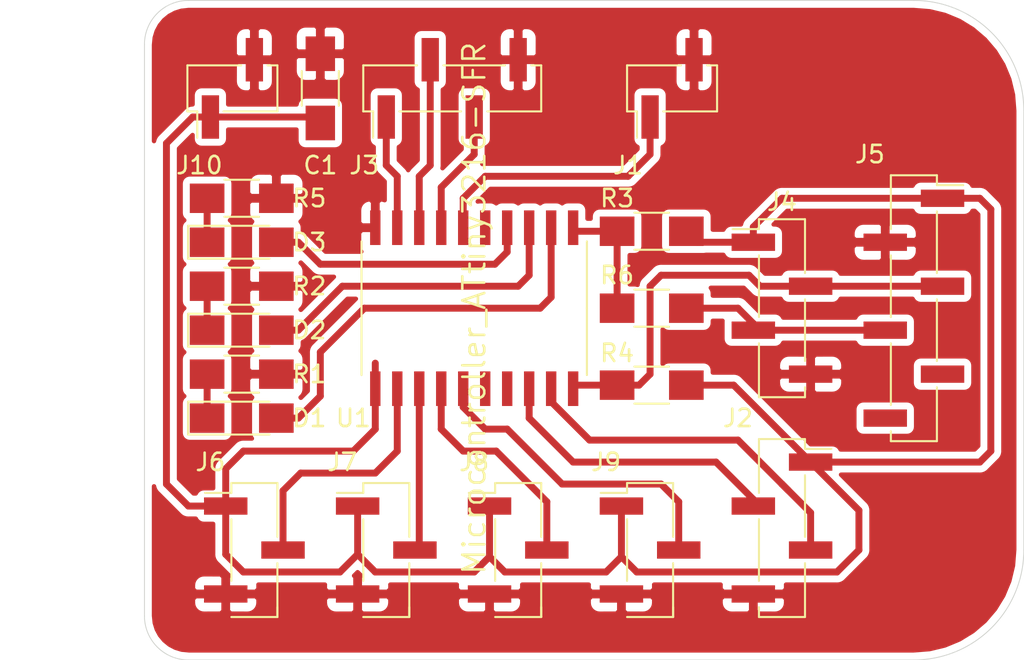
<source format=kicad_pcb>
(kicad_pcb (version 20171130) (host pcbnew 5.1.10-88a1d61d58~88~ubuntu20.04.1)

  (general
    (thickness 1.6)
    (drawings 8)
    (tracks 125)
    (zones 0)
    (modules 21)
    (nets 21)
  )

  (page A4)
  (layers
    (0 F.Cu signal)
    (31 B.Cu signal)
    (32 B.Adhes user)
    (33 F.Adhes user)
    (34 B.Paste user)
    (35 F.Paste user)
    (36 B.SilkS user)
    (37 F.SilkS user)
    (38 B.Mask user)
    (39 F.Mask user)
    (40 Dwgs.User user)
    (41 Cmts.User user)
    (42 Eco1.User user)
    (43 Eco2.User user)
    (44 Edge.Cuts user)
    (45 Margin user)
    (46 B.CrtYd user)
    (47 F.CrtYd user)
    (48 B.Fab user)
    (49 F.Fab user)
  )

  (setup
    (last_trace_width 0.4)
    (user_trace_width 0.4)
    (trace_clearance 0.2)
    (zone_clearance 0.4)
    (zone_45_only no)
    (trace_min 0.2)
    (via_size 0.8)
    (via_drill 0.4)
    (via_min_size 0.4)
    (via_min_drill 0.3)
    (uvia_size 0.3)
    (uvia_drill 0.1)
    (uvias_allowed no)
    (uvia_min_size 0.2)
    (uvia_min_drill 0.1)
    (edge_width 0.05)
    (segment_width 0.2)
    (pcb_text_width 0.3)
    (pcb_text_size 1.5 1.5)
    (mod_edge_width 0.12)
    (mod_text_size 1 1)
    (mod_text_width 0.15)
    (pad_size 1.524 1.524)
    (pad_drill 0.762)
    (pad_to_mask_clearance 0)
    (aux_axis_origin 0 0)
    (grid_origin 200.025 142.24)
    (visible_elements FFFFFF7F)
    (pcbplotparams
      (layerselection 0x010fc_ffffffff)
      (usegerberextensions false)
      (usegerberattributes true)
      (usegerberadvancedattributes true)
      (creategerberjobfile true)
      (excludeedgelayer true)
      (linewidth 0.400000)
      (plotframeref false)
      (viasonmask false)
      (mode 1)
      (useauxorigin false)
      (hpglpennumber 1)
      (hpglpenspeed 20)
      (hpglpendiameter 15.000000)
      (psnegative false)
      (psa4output false)
      (plotreference true)
      (plotvalue true)
      (plotinvisibletext false)
      (padsonsilk false)
      (subtractmaskfromsilk false)
      (outputformat 1)
      (mirror false)
      (drillshape 1)
      (scaleselection 1)
      (outputdirectory ""))
  )

  (net 0 "")
  (net 1 VCC)
  (net 2 GND)
  (net 3 RX)
  (net 4 TX)
  (net 5 UPDI)
  (net 6 SCL)
  (net 7 SDA)
  (net 8 "Net-(D1-Pad1)")
  (net 9 "Net-(D2-Pad2)")
  (net 10 MOSI)
  (net 11 MISO)
  (net 12 SCK)
  (net 13 PWM4)
  (net 14 PWM5)
  (net 15 ADC6)
  (net 16 ADC7)
  (net 17 "Net-(D1-Pad2)")
  (net 18 "Net-(D2-Pad1)")
  (net 19 "Net-(D3-Pad1)")
  (net 20 "Net-(D3-Pad2)")

  (net_class Default "This is the default net class."
    (clearance 0.2)
    (trace_width 0.25)
    (via_dia 0.8)
    (via_drill 0.4)
    (uvia_dia 0.3)
    (uvia_drill 0.1)
    (add_net ADC6)
    (add_net ADC7)
    (add_net GND)
    (add_net MISO)
    (add_net MOSI)
    (add_net "Net-(D1-Pad1)")
    (add_net "Net-(D1-Pad2)")
    (add_net "Net-(D2-Pad1)")
    (add_net "Net-(D2-Pad2)")
    (add_net "Net-(D3-Pad1)")
    (add_net "Net-(D3-Pad2)")
    (add_net PWM4)
    (add_net PWM5)
    (add_net RX)
    (add_net SCK)
    (add_net SCL)
    (add_net SDA)
    (add_net TX)
    (add_net UPDI)
    (add_net VCC)
  )

  (module FabAcademy:R_1206 (layer F.Cu) (tedit 60020482) (tstamp 6086B24C)
    (at 229.33 121.92)
    (descr "Resistor SMD 1206, hand soldering")
    (tags "resistor 1206")
    (path /60999C45)
    (attr smd)
    (fp_text reference R6 (at -2 -1.905) (layer F.SilkS)
      (effects (font (size 1 1) (thickness 0.15)))
    )
    (fp_text value 0 (at 2.445 1.9) (layer F.Fab)
      (effects (font (size 1 1) (thickness 0.15)))
    )
    (fp_line (start -1.6 0.8) (end -1.6 -0.8) (layer F.Fab) (width 0.1))
    (fp_line (start 1.6 0.8) (end -1.6 0.8) (layer F.Fab) (width 0.1))
    (fp_line (start 1.6 -0.8) (end 1.6 0.8) (layer F.Fab) (width 0.1))
    (fp_line (start -1.6 -0.8) (end 1.6 -0.8) (layer F.Fab) (width 0.1))
    (fp_line (start 1 1.07) (end -1 1.07) (layer F.SilkS) (width 0.12))
    (fp_line (start -1 -1.07) (end 1 -1.07) (layer F.SilkS) (width 0.12))
    (fp_line (start -3.25 -1.11) (end 3.25 -1.11) (layer F.CrtYd) (width 0.05))
    (fp_line (start -3.25 -1.11) (end -3.25 1.1) (layer F.CrtYd) (width 0.05))
    (fp_line (start 3.25 1.1) (end 3.25 -1.11) (layer F.CrtYd) (width 0.05))
    (fp_line (start 3.25 1.1) (end -3.25 1.1) (layer F.CrtYd) (width 0.05))
    (fp_text user %R (at 0 0) (layer F.Fab)
      (effects (font (size 0.7 0.7) (thickness 0.105)))
    )
    (pad 1 smd rect (at -2 0) (size 2 1.7) (layers F.Cu F.Paste F.Mask)
      (net 7 SDA))
    (pad 2 smd rect (at 2 0) (size 2 1.7) (layers F.Cu F.Paste F.Mask)
      (net 7 SDA))
    (model ${FAB}/fab.3dshapes/R_1206.step
      (at (xyz 0 0 0))
      (scale (xyz 1 1 1))
      (rotate (xyz 0 0 0))
    )
  )

  (module Connector_PinHeader_2.54mm:PinHeader_1x04_P2.54mm_Vertical_SMD_Pin1Left (layer F.Cu) (tedit 59FED5CC) (tstamp 607A2A35)
    (at 236.855 121.92)
    (descr "surface-mounted straight pin header, 1x04, 2.54mm pitch, single row, style 1 (pin 1 left)")
    (tags "Surface mounted pin header SMD 1x04 2.54mm single row style1 pin1 left")
    (path /607AEF65)
    (attr smd)
    (fp_text reference J4 (at 0 -6.14) (layer F.SilkS)
      (effects (font (size 1 1) (thickness 0.15)))
    )
    (fp_text value I2C (at 2.54 6.35) (layer F.Fab)
      (effects (font (size 1 1) (thickness 0.15)))
    )
    (fp_line (start 3.45 -5.6) (end -3.45 -5.6) (layer F.CrtYd) (width 0.05))
    (fp_line (start 3.45 5.6) (end 3.45 -5.6) (layer F.CrtYd) (width 0.05))
    (fp_line (start -3.45 5.6) (end 3.45 5.6) (layer F.CrtYd) (width 0.05))
    (fp_line (start -3.45 -5.6) (end -3.45 5.6) (layer F.CrtYd) (width 0.05))
    (fp_line (start -1.33 2.03) (end -1.33 5.14) (layer F.SilkS) (width 0.12))
    (fp_line (start -1.33 -3.05) (end -1.33 0.51) (layer F.SilkS) (width 0.12))
    (fp_line (start 1.33 -0.51) (end 1.33 3.05) (layer F.SilkS) (width 0.12))
    (fp_line (start 1.33 4.57) (end 1.33 5.14) (layer F.SilkS) (width 0.12))
    (fp_line (start -1.33 -5.14) (end -1.33 -4.57) (layer F.SilkS) (width 0.12))
    (fp_line (start -1.33 -4.57) (end -2.85 -4.57) (layer F.SilkS) (width 0.12))
    (fp_line (start 1.33 -5.14) (end 1.33 -2.03) (layer F.SilkS) (width 0.12))
    (fp_line (start -1.33 5.14) (end 1.33 5.14) (layer F.SilkS) (width 0.12))
    (fp_line (start -1.33 -5.14) (end 1.33 -5.14) (layer F.SilkS) (width 0.12))
    (fp_line (start 2.54 4.13) (end 1.27 4.13) (layer F.Fab) (width 0.1))
    (fp_line (start 2.54 3.49) (end 2.54 4.13) (layer F.Fab) (width 0.1))
    (fp_line (start 1.27 3.49) (end 2.54 3.49) (layer F.Fab) (width 0.1))
    (fp_line (start 2.54 -0.95) (end 1.27 -0.95) (layer F.Fab) (width 0.1))
    (fp_line (start 2.54 -1.59) (end 2.54 -0.95) (layer F.Fab) (width 0.1))
    (fp_line (start 1.27 -1.59) (end 2.54 -1.59) (layer F.Fab) (width 0.1))
    (fp_line (start -2.54 1.59) (end -1.27 1.59) (layer F.Fab) (width 0.1))
    (fp_line (start -2.54 0.95) (end -2.54 1.59) (layer F.Fab) (width 0.1))
    (fp_line (start -1.27 0.95) (end -2.54 0.95) (layer F.Fab) (width 0.1))
    (fp_line (start -2.54 -3.49) (end -1.27 -3.49) (layer F.Fab) (width 0.1))
    (fp_line (start -2.54 -4.13) (end -2.54 -3.49) (layer F.Fab) (width 0.1))
    (fp_line (start -1.27 -4.13) (end -2.54 -4.13) (layer F.Fab) (width 0.1))
    (fp_line (start 1.27 -5.08) (end 1.27 5.08) (layer F.Fab) (width 0.1))
    (fp_line (start -1.27 -4.13) (end -0.32 -5.08) (layer F.Fab) (width 0.1))
    (fp_line (start -1.27 5.08) (end -1.27 -4.13) (layer F.Fab) (width 0.1))
    (fp_line (start -0.32 -5.08) (end 1.27 -5.08) (layer F.Fab) (width 0.1))
    (fp_line (start 1.27 5.08) (end -1.27 5.08) (layer F.Fab) (width 0.1))
    (fp_text user %R (at 0 0 90) (layer F.Fab)
      (effects (font (size 1 1) (thickness 0.15)))
    )
    (pad 4 smd rect (at 1.655 3.81) (size 2.51 1) (layers F.Cu F.Paste F.Mask)
      (net 2 GND))
    (pad 2 smd rect (at 1.655 -1.27) (size 2.51 1) (layers F.Cu F.Paste F.Mask)
      (net 6 SCL))
    (pad 3 smd rect (at -1.655 1.27) (size 2.51 1) (layers F.Cu F.Paste F.Mask)
      (net 7 SDA))
    (pad 1 smd rect (at -1.655 -3.81) (size 2.51 1) (layers F.Cu F.Paste F.Mask)
      (net 1 VCC))
    (model ${KISYS3DMOD}/Connector_PinHeader_2.54mm.3dshapes/PinHeader_1x04_P2.54mm_Vertical_SMD_Pin1Left.wrl
      (at (xyz 0 0 0))
      (scale (xyz 1 1 1))
      (rotate (xyz 0 0 0))
    )
  )

  (module FabAcademy:C_1206 (layer F.Cu) (tedit 6002C54C) (tstamp 607A29C4)
    (at 210.185 109.22 90)
    (descr "Capacitor SMD 1206, hand soldering")
    (tags "capacitor 1206")
    (path /607A919B)
    (attr smd)
    (fp_text reference C1 (at -4.445 0 180) (layer F.SilkS)
      (effects (font (size 1 1) (thickness 0.15)))
    )
    (fp_text value 1uF (at 3.81 0 180) (layer F.Fab)
      (effects (font (size 1 1) (thickness 0.15)))
    )
    (fp_line (start 3.25 1.1) (end -3.25 1.1) (layer F.CrtYd) (width 0.05))
    (fp_line (start 3.25 1.1) (end 3.25 -1.11) (layer F.CrtYd) (width 0.05))
    (fp_line (start -3.25 -1.11) (end -3.25 1.1) (layer F.CrtYd) (width 0.05))
    (fp_line (start -3.25 -1.11) (end 3.25 -1.11) (layer F.CrtYd) (width 0.05))
    (fp_line (start -1 -1.07) (end 1 -1.07) (layer F.SilkS) (width 0.12))
    (fp_line (start 1 1.07) (end -1 1.07) (layer F.SilkS) (width 0.12))
    (fp_line (start -1.6 -0.8) (end 1.6 -0.8) (layer F.Fab) (width 0.1))
    (fp_line (start 1.6 -0.8) (end 1.6 0.8) (layer F.Fab) (width 0.1))
    (fp_line (start 1.6 0.8) (end -1.6 0.8) (layer F.Fab) (width 0.1))
    (fp_line (start -1.6 0.8) (end -1.6 -0.8) (layer F.Fab) (width 0.1))
    (fp_text user %R (at 0 0 90) (layer F.Fab)
      (effects (font (size 0.7 0.7) (thickness 0.105)))
    )
    (pad 1 smd rect (at -2 0 90) (size 2 1.7) (layers F.Cu F.Paste F.Mask)
      (net 1 VCC))
    (pad 2 smd rect (at 2 0 90) (size 2 1.7) (layers F.Cu F.Paste F.Mask)
      (net 2 GND))
    (model ${FAB}/fab.3dshapes/C_1206.step
      (at (xyz 0 0 0))
      (scale (xyz 1 1 1))
      (rotate (xyz 0 0 0))
    )
  )

  (module FabAcademy:R_1206 (layer F.Cu) (tedit 60020482) (tstamp 6087349C)
    (at 205.645 115.57)
    (descr "Resistor SMD 1206, hand soldering")
    (tags "resistor 1206")
    (path /608D997A)
    (attr smd)
    (fp_text reference R5 (at 3.905 0) (layer F.SilkS)
      (effects (font (size 1 1) (thickness 0.15)))
    )
    (fp_text value 120 (at -5.62 0) (layer F.Fab)
      (effects (font (size 1 1) (thickness 0.15)) (justify right))
    )
    (fp_line (start -1.6 0.8) (end -1.6 -0.8) (layer F.Fab) (width 0.1))
    (fp_line (start 1.6 0.8) (end -1.6 0.8) (layer F.Fab) (width 0.1))
    (fp_line (start 1.6 -0.8) (end 1.6 0.8) (layer F.Fab) (width 0.1))
    (fp_line (start -1.6 -0.8) (end 1.6 -0.8) (layer F.Fab) (width 0.1))
    (fp_line (start 1 1.07) (end -1 1.07) (layer F.SilkS) (width 0.12))
    (fp_line (start -1 -1.07) (end 1 -1.07) (layer F.SilkS) (width 0.12))
    (fp_line (start -3.25 -1.11) (end 3.25 -1.11) (layer F.CrtYd) (width 0.05))
    (fp_line (start -3.25 -1.11) (end -3.25 1.1) (layer F.CrtYd) (width 0.05))
    (fp_line (start 3.25 1.1) (end 3.25 -1.11) (layer F.CrtYd) (width 0.05))
    (fp_line (start 3.25 1.1) (end -3.25 1.1) (layer F.CrtYd) (width 0.05))
    (fp_text user %R (at 0 0) (layer F.Fab)
      (effects (font (size 0.7 0.7) (thickness 0.105)))
    )
    (pad 1 smd rect (at -2 0) (size 2 1.7) (layers F.Cu F.Paste F.Mask)
      (net 19 "Net-(D3-Pad1)"))
    (pad 2 smd rect (at 2 0) (size 2 1.7) (layers F.Cu F.Paste F.Mask)
      (net 2 GND))
    (model ${FAB}/fab.3dshapes/R_1206.step
      (at (xyz 0 0 0))
      (scale (xyz 1 1 1))
      (rotate (xyz 0 0 0))
    )
  )

  (module FabAcademy:R_1206 (layer F.Cu) (tedit 60020482) (tstamp 6087345B)
    (at 205.645 120.65)
    (descr "Resistor SMD 1206, hand soldering")
    (tags "resistor 1206")
    (path /608D9556)
    (attr smd)
    (fp_text reference R2 (at 3.905 0) (layer F.SilkS)
      (effects (font (size 1 1) (thickness 0.15)))
    )
    (fp_text value 120 (at -5.62 0) (layer F.Fab)
      (effects (font (size 1 1) (thickness 0.15)) (justify right))
    )
    (fp_line (start -1.6 0.8) (end -1.6 -0.8) (layer F.Fab) (width 0.1))
    (fp_line (start 1.6 0.8) (end -1.6 0.8) (layer F.Fab) (width 0.1))
    (fp_line (start 1.6 -0.8) (end 1.6 0.8) (layer F.Fab) (width 0.1))
    (fp_line (start -1.6 -0.8) (end 1.6 -0.8) (layer F.Fab) (width 0.1))
    (fp_line (start 1 1.07) (end -1 1.07) (layer F.SilkS) (width 0.12))
    (fp_line (start -1 -1.07) (end 1 -1.07) (layer F.SilkS) (width 0.12))
    (fp_line (start -3.25 -1.11) (end 3.25 -1.11) (layer F.CrtYd) (width 0.05))
    (fp_line (start -3.25 -1.11) (end -3.25 1.1) (layer F.CrtYd) (width 0.05))
    (fp_line (start 3.25 1.1) (end 3.25 -1.11) (layer F.CrtYd) (width 0.05))
    (fp_line (start 3.25 1.1) (end -3.25 1.1) (layer F.CrtYd) (width 0.05))
    (fp_text user %R (at 0 0) (layer F.Fab)
      (effects (font (size 0.7 0.7) (thickness 0.105)))
    )
    (pad 1 smd rect (at -2 0) (size 2 1.7) (layers F.Cu F.Paste F.Mask)
      (net 18 "Net-(D2-Pad1)"))
    (pad 2 smd rect (at 2 0) (size 2 1.7) (layers F.Cu F.Paste F.Mask)
      (net 2 GND))
    (model ${FAB}/fab.3dshapes/R_1206.step
      (at (xyz 0 0 0))
      (scale (xyz 1 1 1))
      (rotate (xyz 0 0 0))
    )
  )

  (module FabAcademy:LED_1206 (layer F.Cu) (tedit 595FC724) (tstamp 6087316E)
    (at 205.645 118.11)
    (descr "LED SMD 1206, hand soldering")
    (tags "LED 1206")
    (path /608D90C9)
    (attr smd)
    (fp_text reference D3 (at 3.905 0) (layer F.SilkS)
      (effects (font (size 1 1) (thickness 0.15)))
    )
    (fp_text value "LED green" (at -5.62 0) (layer F.Fab)
      (effects (font (size 1 1) (thickness 0.15)) (justify right))
    )
    (fp_line (start 3.25 1.1) (end -3.25 1.1) (layer F.CrtYd) (width 0.05))
    (fp_line (start 3.25 1.1) (end 3.25 -1.11) (layer F.CrtYd) (width 0.05))
    (fp_line (start -3.25 -1.11) (end -3.25 1.1) (layer F.CrtYd) (width 0.05))
    (fp_line (start -3.25 -1.11) (end 3.25 -1.11) (layer F.CrtYd) (width 0.05))
    (fp_line (start -3.1 -0.95) (end 1.6 -0.95) (layer F.SilkS) (width 0.12))
    (fp_line (start -3.1 0.95) (end 1.6 0.95) (layer F.SilkS) (width 0.12))
    (fp_line (start -1.6 -0.8) (end 1.6 -0.8) (layer F.Fab) (width 0.1))
    (fp_line (start 1.6 -0.8) (end 1.6 0.8) (layer F.Fab) (width 0.1))
    (fp_line (start 1.6 0.8) (end -1.6 0.8) (layer F.Fab) (width 0.1))
    (fp_line (start -1.6 0.8) (end -1.6 -0.8) (layer F.Fab) (width 0.1))
    (fp_line (start -0.45 -0.4) (end -0.45 0.4) (layer F.Fab) (width 0.1))
    (fp_line (start 0.2 0.4) (end -0.4 0) (layer F.Fab) (width 0.1))
    (fp_line (start 0.2 -0.4) (end 0.2 0.4) (layer F.Fab) (width 0.1))
    (fp_line (start -0.4 0) (end 0.2 -0.4) (layer F.Fab) (width 0.1))
    (fp_line (start -3.1 -0.95) (end -3.1 0.95) (layer F.SilkS) (width 0.12))
    (pad 1 smd rect (at -2 0) (size 2 1.7) (layers F.Cu F.Paste F.Mask)
      (net 19 "Net-(D3-Pad1)"))
    (pad 2 smd rect (at 2 0) (size 2 1.7) (layers F.Cu F.Paste F.Mask)
      (net 20 "Net-(D3-Pad2)"))
    (model ${KISYS3DMOD}/LEDs.3dshapes/LED_1206.wrl
      (at (xyz 0 0 0))
      (scale (xyz 1 1 1))
      (rotate (xyz 0 0 180))
    )
  )

  (module Connector_PinHeader_2.54mm:PinHeader_1x06_P2.54mm_Vertical_SMD_Pin1Right (layer F.Cu) (tedit 59FED5CC) (tstamp 6087220A)
    (at 244.475 121.92)
    (descr "surface-mounted straight pin header, 1x06, 2.54mm pitch, single row, style 2 (pin 1 right)")
    (tags "Surface mounted pin header SMD 1x06 2.54mm single row style2 pin1 right")
    (path /608C5AE8)
    (attr smd)
    (fp_text reference J5 (at -2.54 -8.89) (layer F.SilkS)
      (effects (font (size 1 1) (thickness 0.15)))
    )
    (fp_text value VL53L0X (at 0 8.68) (layer F.Fab)
      (effects (font (size 1 1) (thickness 0.15)))
    )
    (fp_line (start 1.27 7.62) (end -1.27 7.62) (layer F.Fab) (width 0.1))
    (fp_line (start -1.27 -7.62) (end 0.32 -7.62) (layer F.Fab) (width 0.1))
    (fp_line (start 1.27 7.62) (end 1.27 -6.67) (layer F.Fab) (width 0.1))
    (fp_line (start 1.27 -6.67) (end 0.32 -7.62) (layer F.Fab) (width 0.1))
    (fp_line (start -1.27 -7.62) (end -1.27 7.62) (layer F.Fab) (width 0.1))
    (fp_line (start -1.27 -4.13) (end -2.54 -4.13) (layer F.Fab) (width 0.1))
    (fp_line (start -2.54 -4.13) (end -2.54 -3.49) (layer F.Fab) (width 0.1))
    (fp_line (start -2.54 -3.49) (end -1.27 -3.49) (layer F.Fab) (width 0.1))
    (fp_line (start -1.27 0.95) (end -2.54 0.95) (layer F.Fab) (width 0.1))
    (fp_line (start -2.54 0.95) (end -2.54 1.59) (layer F.Fab) (width 0.1))
    (fp_line (start -2.54 1.59) (end -1.27 1.59) (layer F.Fab) (width 0.1))
    (fp_line (start -1.27 6.03) (end -2.54 6.03) (layer F.Fab) (width 0.1))
    (fp_line (start -2.54 6.03) (end -2.54 6.67) (layer F.Fab) (width 0.1))
    (fp_line (start -2.54 6.67) (end -1.27 6.67) (layer F.Fab) (width 0.1))
    (fp_line (start 1.27 -6.67) (end 2.54 -6.67) (layer F.Fab) (width 0.1))
    (fp_line (start 2.54 -6.67) (end 2.54 -6.03) (layer F.Fab) (width 0.1))
    (fp_line (start 2.54 -6.03) (end 1.27 -6.03) (layer F.Fab) (width 0.1))
    (fp_line (start 1.27 -1.59) (end 2.54 -1.59) (layer F.Fab) (width 0.1))
    (fp_line (start 2.54 -1.59) (end 2.54 -0.95) (layer F.Fab) (width 0.1))
    (fp_line (start 2.54 -0.95) (end 1.27 -0.95) (layer F.Fab) (width 0.1))
    (fp_line (start 1.27 3.49) (end 2.54 3.49) (layer F.Fab) (width 0.1))
    (fp_line (start 2.54 3.49) (end 2.54 4.13) (layer F.Fab) (width 0.1))
    (fp_line (start 2.54 4.13) (end 1.27 4.13) (layer F.Fab) (width 0.1))
    (fp_line (start -1.33 -7.68) (end 1.33 -7.68) (layer F.SilkS) (width 0.12))
    (fp_line (start -1.33 7.68) (end 1.33 7.68) (layer F.SilkS) (width 0.12))
    (fp_line (start 1.33 -5.59) (end 1.33 -2.03) (layer F.SilkS) (width 0.12))
    (fp_line (start 1.33 -0.51) (end 1.33 3.05) (layer F.SilkS) (width 0.12))
    (fp_line (start 1.33 4.57) (end 1.33 7.68) (layer F.SilkS) (width 0.12))
    (fp_line (start -1.33 -7.68) (end -1.33 -4.57) (layer F.SilkS) (width 0.12))
    (fp_line (start 1.33 -7.11) (end 2.85 -7.11) (layer F.SilkS) (width 0.12))
    (fp_line (start 1.33 -7.68) (end 1.33 -7.11) (layer F.SilkS) (width 0.12))
    (fp_line (start -1.33 7.11) (end -1.33 7.68) (layer F.SilkS) (width 0.12))
    (fp_line (start -1.33 -3.05) (end -1.33 0.51) (layer F.SilkS) (width 0.12))
    (fp_line (start -1.33 2.03) (end -1.33 5.59) (layer F.SilkS) (width 0.12))
    (fp_line (start -3.45 -8.15) (end -3.45 8.15) (layer F.CrtYd) (width 0.05))
    (fp_line (start -3.45 8.15) (end 3.45 8.15) (layer F.CrtYd) (width 0.05))
    (fp_line (start 3.45 8.15) (end 3.45 -8.15) (layer F.CrtYd) (width 0.05))
    (fp_line (start 3.45 -8.15) (end -3.45 -8.15) (layer F.CrtYd) (width 0.05))
    (fp_text user %R (at 0 0 90) (layer F.Fab)
      (effects (font (size 1 1) (thickness 0.15)))
    )
    (pad 5 smd rect (at 1.655 3.81) (size 2.51 1) (layers F.Cu F.Paste F.Mask))
    (pad 3 smd rect (at 1.655 -1.27) (size 2.51 1) (layers F.Cu F.Paste F.Mask)
      (net 6 SCL))
    (pad 1 smd rect (at 1.655 -6.35) (size 2.51 1) (layers F.Cu F.Paste F.Mask)
      (net 1 VCC))
    (pad 6 smd rect (at -1.655 6.35) (size 2.51 1) (layers F.Cu F.Paste F.Mask))
    (pad 4 smd rect (at -1.655 1.27) (size 2.51 1) (layers F.Cu F.Paste F.Mask)
      (net 7 SDA))
    (pad 2 smd rect (at -1.655 -3.81) (size 2.51 1) (layers F.Cu F.Paste F.Mask)
      (net 2 GND))
    (model ${KISYS3DMOD}/Connector_PinHeader_2.54mm.3dshapes/PinHeader_1x06_P2.54mm_Vertical_SMD_Pin1Right.wrl
      (at (xyz 0 0 0))
      (scale (xyz 1 1 1))
      (rotate (xyz 0 0 0))
    )
  )

  (module Connector_PinHeader_2.54mm:PinHeader_1x02_P2.54mm_Vertical_SMD_Pin1Left (layer F.Cu) (tedit 59FED5CC) (tstamp 60870F0F)
    (at 205.105 109.22 90)
    (descr "surface-mounted straight pin header, 1x02, 2.54mm pitch, single row, style 1 (pin 1 left)")
    (tags "Surface mounted pin header SMD 1x02 2.54mm single row style1 pin1 left")
    (path /608A43AA)
    (attr smd)
    (fp_text reference J10 (at -4.445 -1.905 180) (layer F.SilkS)
      (effects (font (size 1 1) (thickness 0.15)))
    )
    (fp_text value Power (at 3.81 0 180) (layer F.Fab)
      (effects (font (size 1 1) (thickness 0.15)))
    )
    (fp_line (start 1.27 2.54) (end -1.27 2.54) (layer F.Fab) (width 0.1))
    (fp_line (start -0.32 -2.54) (end 1.27 -2.54) (layer F.Fab) (width 0.1))
    (fp_line (start -1.27 2.54) (end -1.27 -1.59) (layer F.Fab) (width 0.1))
    (fp_line (start -1.27 -1.59) (end -0.32 -2.54) (layer F.Fab) (width 0.1))
    (fp_line (start 1.27 -2.54) (end 1.27 2.54) (layer F.Fab) (width 0.1))
    (fp_line (start -1.27 -1.59) (end -2.54 -1.59) (layer F.Fab) (width 0.1))
    (fp_line (start -2.54 -1.59) (end -2.54 -0.95) (layer F.Fab) (width 0.1))
    (fp_line (start -2.54 -0.95) (end -1.27 -0.95) (layer F.Fab) (width 0.1))
    (fp_line (start 1.27 0.95) (end 2.54 0.95) (layer F.Fab) (width 0.1))
    (fp_line (start 2.54 0.95) (end 2.54 1.59) (layer F.Fab) (width 0.1))
    (fp_line (start 2.54 1.59) (end 1.27 1.59) (layer F.Fab) (width 0.1))
    (fp_line (start -1.33 -2.6) (end 1.33 -2.6) (layer F.SilkS) (width 0.12))
    (fp_line (start -1.33 2.6) (end 1.33 2.6) (layer F.SilkS) (width 0.12))
    (fp_line (start 1.33 -2.6) (end 1.33 0.51) (layer F.SilkS) (width 0.12))
    (fp_line (start -1.33 -2.03) (end -2.85 -2.03) (layer F.SilkS) (width 0.12))
    (fp_line (start -1.33 -2.6) (end -1.33 -2.03) (layer F.SilkS) (width 0.12))
    (fp_line (start 1.33 2.03) (end 1.33 2.6) (layer F.SilkS) (width 0.12))
    (fp_line (start -1.33 -0.51) (end -1.33 2.6) (layer F.SilkS) (width 0.12))
    (fp_line (start -3.45 -3.05) (end -3.45 3.05) (layer F.CrtYd) (width 0.05))
    (fp_line (start -3.45 3.05) (end 3.45 3.05) (layer F.CrtYd) (width 0.05))
    (fp_line (start 3.45 3.05) (end 3.45 -3.05) (layer F.CrtYd) (width 0.05))
    (fp_line (start 3.45 -3.05) (end -3.45 -3.05) (layer F.CrtYd) (width 0.05))
    (fp_text user %R (at 0 0) (layer F.Fab)
      (effects (font (size 1 1) (thickness 0.15)))
    )
    (pad 2 smd rect (at 1.655 1.27 90) (size 2.51 1) (layers F.Cu F.Paste F.Mask)
      (net 2 GND))
    (pad 1 smd rect (at -1.655 -1.27 90) (size 2.51 1) (layers F.Cu F.Paste F.Mask)
      (net 1 VCC))
    (model ${KISYS3DMOD}/Connector_PinHeader_2.54mm.3dshapes/PinHeader_1x02_P2.54mm_Vertical_SMD_Pin1Left.wrl
      (at (xyz 0 0 0))
      (scale (xyz 1 1 1))
      (rotate (xyz 0 0 0))
    )
  )

  (module FabAcademy:LED_1206 (layer F.Cu) (tedit 595FC724) (tstamp 607D37EC)
    (at 205.645 123.19)
    (descr "LED SMD 1206, hand soldering")
    (tags "LED 1206")
    (path /607D3A70)
    (attr smd)
    (fp_text reference D2 (at 3.905 0) (layer F.SilkS)
      (effects (font (size 1 1) (thickness 0.15)))
    )
    (fp_text value "LED yellow" (at -5.62 0) (layer F.Fab)
      (effects (font (size 1 1) (thickness 0.15)) (justify right))
    )
    (fp_line (start -3.1 -0.95) (end -3.1 0.95) (layer F.SilkS) (width 0.12))
    (fp_line (start -0.4 0) (end 0.2 -0.4) (layer F.Fab) (width 0.1))
    (fp_line (start 0.2 -0.4) (end 0.2 0.4) (layer F.Fab) (width 0.1))
    (fp_line (start 0.2 0.4) (end -0.4 0) (layer F.Fab) (width 0.1))
    (fp_line (start -0.45 -0.4) (end -0.45 0.4) (layer F.Fab) (width 0.1))
    (fp_line (start -1.6 0.8) (end -1.6 -0.8) (layer F.Fab) (width 0.1))
    (fp_line (start 1.6 0.8) (end -1.6 0.8) (layer F.Fab) (width 0.1))
    (fp_line (start 1.6 -0.8) (end 1.6 0.8) (layer F.Fab) (width 0.1))
    (fp_line (start -1.6 -0.8) (end 1.6 -0.8) (layer F.Fab) (width 0.1))
    (fp_line (start -3.1 0.95) (end 1.6 0.95) (layer F.SilkS) (width 0.12))
    (fp_line (start -3.1 -0.95) (end 1.6 -0.95) (layer F.SilkS) (width 0.12))
    (fp_line (start -3.25 -1.11) (end 3.25 -1.11) (layer F.CrtYd) (width 0.05))
    (fp_line (start -3.25 -1.11) (end -3.25 1.1) (layer F.CrtYd) (width 0.05))
    (fp_line (start 3.25 1.1) (end 3.25 -1.11) (layer F.CrtYd) (width 0.05))
    (fp_line (start 3.25 1.1) (end -3.25 1.1) (layer F.CrtYd) (width 0.05))
    (pad 1 smd rect (at -2 0) (size 2 1.7) (layers F.Cu F.Paste F.Mask)
      (net 18 "Net-(D2-Pad1)"))
    (pad 2 smd rect (at 2 0) (size 2 1.7) (layers F.Cu F.Paste F.Mask)
      (net 9 "Net-(D2-Pad2)"))
    (model ${KISYS3DMOD}/LEDs.3dshapes/LED_1206.wrl
      (at (xyz 0 0 0))
      (scale (xyz 1 1 1))
      (rotate (xyz 0 0 180))
    )
  )

  (module Connector_PinHeader_2.54mm:PinHeader_1x03_P2.54mm_Vertical_SMD_Pin1Left (layer F.Cu) (tedit 59FED5CC) (tstamp 6086FD2D)
    (at 213.995 135.89)
    (descr "surface-mounted straight pin header, 1x03, 2.54mm pitch, single row, style 1 (pin 1 left)")
    (tags "Surface mounted pin header SMD 1x03 2.54mm single row style1 pin1 left")
    (path /60891CCB)
    (attr smd)
    (fp_text reference J7 (at -2.54 -5.08) (layer F.SilkS)
      (effects (font (size 1 1) (thickness 0.15)))
    )
    (fp_text value PWM5 (at 0 4.87) (layer F.Fab)
      (effects (font (size 1 1) (thickness 0.15)))
    )
    (fp_line (start 1.27 3.81) (end -1.27 3.81) (layer F.Fab) (width 0.1))
    (fp_line (start -0.32 -3.81) (end 1.27 -3.81) (layer F.Fab) (width 0.1))
    (fp_line (start -1.27 3.81) (end -1.27 -2.86) (layer F.Fab) (width 0.1))
    (fp_line (start -1.27 -2.86) (end -0.32 -3.81) (layer F.Fab) (width 0.1))
    (fp_line (start 1.27 -3.81) (end 1.27 3.81) (layer F.Fab) (width 0.1))
    (fp_line (start -1.27 -2.86) (end -2.54 -2.86) (layer F.Fab) (width 0.1))
    (fp_line (start -2.54 -2.86) (end -2.54 -2.22) (layer F.Fab) (width 0.1))
    (fp_line (start -2.54 -2.22) (end -1.27 -2.22) (layer F.Fab) (width 0.1))
    (fp_line (start -1.27 2.22) (end -2.54 2.22) (layer F.Fab) (width 0.1))
    (fp_line (start -2.54 2.22) (end -2.54 2.86) (layer F.Fab) (width 0.1))
    (fp_line (start -2.54 2.86) (end -1.27 2.86) (layer F.Fab) (width 0.1))
    (fp_line (start 1.27 -0.32) (end 2.54 -0.32) (layer F.Fab) (width 0.1))
    (fp_line (start 2.54 -0.32) (end 2.54 0.32) (layer F.Fab) (width 0.1))
    (fp_line (start 2.54 0.32) (end 1.27 0.32) (layer F.Fab) (width 0.1))
    (fp_line (start -1.33 -3.87) (end 1.33 -3.87) (layer F.SilkS) (width 0.12))
    (fp_line (start -1.33 3.87) (end 1.33 3.87) (layer F.SilkS) (width 0.12))
    (fp_line (start 1.33 -3.87) (end 1.33 -0.76) (layer F.SilkS) (width 0.12))
    (fp_line (start -1.33 -3.3) (end -2.85 -3.3) (layer F.SilkS) (width 0.12))
    (fp_line (start -1.33 -3.87) (end -1.33 -3.3) (layer F.SilkS) (width 0.12))
    (fp_line (start 1.33 3.3) (end 1.33 3.87) (layer F.SilkS) (width 0.12))
    (fp_line (start 1.33 0.76) (end 1.33 3.87) (layer F.SilkS) (width 0.12))
    (fp_line (start -1.33 -1.78) (end -1.33 1.78) (layer F.SilkS) (width 0.12))
    (fp_line (start -3.45 -4.35) (end -3.45 4.35) (layer F.CrtYd) (width 0.05))
    (fp_line (start -3.45 4.35) (end 3.45 4.35) (layer F.CrtYd) (width 0.05))
    (fp_line (start 3.45 4.35) (end 3.45 -4.35) (layer F.CrtYd) (width 0.05))
    (fp_line (start 3.45 -4.35) (end -3.45 -4.35) (layer F.CrtYd) (width 0.05))
    (fp_text user %R (at 0 0 90) (layer F.Fab)
      (effects (font (size 1 1) (thickness 0.15)))
    )
    (pad 2 smd rect (at 1.655 0) (size 2.51 1) (layers F.Cu F.Paste F.Mask)
      (net 14 PWM5))
    (pad 3 smd rect (at -1.655 2.54) (size 2.51 1) (layers F.Cu F.Paste F.Mask)
      (net 2 GND))
    (pad 1 smd rect (at -1.655 -2.54) (size 2.51 1) (layers F.Cu F.Paste F.Mask)
      (net 1 VCC))
    (model ${KISYS3DMOD}/Connector_PinHeader_2.54mm.3dshapes/PinHeader_1x03_P2.54mm_Vertical_SMD_Pin1Left.wrl
      (at (xyz 0 0 0))
      (scale (xyz 1 1 1))
      (rotate (xyz 0 0 0))
    )
  )

  (module Connector_PinHeader_2.54mm:PinHeader_1x03_P2.54mm_Vertical_SMD_Pin1Left (layer F.Cu) (tedit 59FED5CC) (tstamp 6086FD0B)
    (at 206.375 135.89)
    (descr "surface-mounted straight pin header, 1x03, 2.54mm pitch, single row, style 1 (pin 1 left)")
    (tags "Surface mounted pin header SMD 1x03 2.54mm single row style1 pin1 left")
    (path /60892333)
    (attr smd)
    (fp_text reference J6 (at -2.54 -5.08) (layer F.SilkS)
      (effects (font (size 1 1) (thickness 0.15)))
    )
    (fp_text value PWM4 (at 0 4.87) (layer F.Fab)
      (effects (font (size 1 1) (thickness 0.15)))
    )
    (fp_line (start 1.27 3.81) (end -1.27 3.81) (layer F.Fab) (width 0.1))
    (fp_line (start -0.32 -3.81) (end 1.27 -3.81) (layer F.Fab) (width 0.1))
    (fp_line (start -1.27 3.81) (end -1.27 -2.86) (layer F.Fab) (width 0.1))
    (fp_line (start -1.27 -2.86) (end -0.32 -3.81) (layer F.Fab) (width 0.1))
    (fp_line (start 1.27 -3.81) (end 1.27 3.81) (layer F.Fab) (width 0.1))
    (fp_line (start -1.27 -2.86) (end -2.54 -2.86) (layer F.Fab) (width 0.1))
    (fp_line (start -2.54 -2.86) (end -2.54 -2.22) (layer F.Fab) (width 0.1))
    (fp_line (start -2.54 -2.22) (end -1.27 -2.22) (layer F.Fab) (width 0.1))
    (fp_line (start -1.27 2.22) (end -2.54 2.22) (layer F.Fab) (width 0.1))
    (fp_line (start -2.54 2.22) (end -2.54 2.86) (layer F.Fab) (width 0.1))
    (fp_line (start -2.54 2.86) (end -1.27 2.86) (layer F.Fab) (width 0.1))
    (fp_line (start 1.27 -0.32) (end 2.54 -0.32) (layer F.Fab) (width 0.1))
    (fp_line (start 2.54 -0.32) (end 2.54 0.32) (layer F.Fab) (width 0.1))
    (fp_line (start 2.54 0.32) (end 1.27 0.32) (layer F.Fab) (width 0.1))
    (fp_line (start -1.33 -3.87) (end 1.33 -3.87) (layer F.SilkS) (width 0.12))
    (fp_line (start -1.33 3.87) (end 1.33 3.87) (layer F.SilkS) (width 0.12))
    (fp_line (start 1.33 -3.87) (end 1.33 -0.76) (layer F.SilkS) (width 0.12))
    (fp_line (start -1.33 -3.3) (end -2.85 -3.3) (layer F.SilkS) (width 0.12))
    (fp_line (start -1.33 -3.87) (end -1.33 -3.3) (layer F.SilkS) (width 0.12))
    (fp_line (start 1.33 3.3) (end 1.33 3.87) (layer F.SilkS) (width 0.12))
    (fp_line (start 1.33 0.76) (end 1.33 3.87) (layer F.SilkS) (width 0.12))
    (fp_line (start -1.33 -1.78) (end -1.33 1.78) (layer F.SilkS) (width 0.12))
    (fp_line (start -3.45 -4.35) (end -3.45 4.35) (layer F.CrtYd) (width 0.05))
    (fp_line (start -3.45 4.35) (end 3.45 4.35) (layer F.CrtYd) (width 0.05))
    (fp_line (start 3.45 4.35) (end 3.45 -4.35) (layer F.CrtYd) (width 0.05))
    (fp_line (start 3.45 -4.35) (end -3.45 -4.35) (layer F.CrtYd) (width 0.05))
    (fp_text user %R (at 0 0 90) (layer F.Fab)
      (effects (font (size 1 1) (thickness 0.15)))
    )
    (pad 2 smd rect (at 1.655 0) (size 2.51 1) (layers F.Cu F.Paste F.Mask)
      (net 13 PWM4))
    (pad 3 smd rect (at -1.655 2.54) (size 2.51 1) (layers F.Cu F.Paste F.Mask)
      (net 2 GND))
    (pad 1 smd rect (at -1.655 -2.54) (size 2.51 1) (layers F.Cu F.Paste F.Mask)
      (net 1 VCC))
    (model ${KISYS3DMOD}/Connector_PinHeader_2.54mm.3dshapes/PinHeader_1x03_P2.54mm_Vertical_SMD_Pin1Left.wrl
      (at (xyz 0 0 0))
      (scale (xyz 1 1 1))
      (rotate (xyz 0 0 0))
    )
  )

  (module Connector_PinHeader_2.54mm:PinHeader_1x04_P2.54mm_Vertical_SMD_Pin1Right (layer F.Cu) (tedit 59FED5CC) (tstamp 607A5FFC)
    (at 236.855 134.62)
    (descr "surface-mounted straight pin header, 1x04, 2.54mm pitch, single row, style 2 (pin 1 right)")
    (tags "Surface mounted pin header SMD 1x04 2.54mm single row style2 pin1 right")
    (path /607E03E3)
    (attr smd)
    (fp_text reference J2 (at -2.54 -6.35) (layer F.SilkS)
      (effects (font (size 1 1) (thickness 0.15)))
    )
    (fp_text value Serial (at 0 6.14) (layer F.Fab)
      (effects (font (size 1 1) (thickness 0.15)))
    )
    (fp_line (start 1.27 5.08) (end -1.27 5.08) (layer F.Fab) (width 0.1))
    (fp_line (start -1.27 -5.08) (end 0.32 -5.08) (layer F.Fab) (width 0.1))
    (fp_line (start 1.27 5.08) (end 1.27 -4.13) (layer F.Fab) (width 0.1))
    (fp_line (start 1.27 -4.13) (end 0.32 -5.08) (layer F.Fab) (width 0.1))
    (fp_line (start -1.27 -5.08) (end -1.27 5.08) (layer F.Fab) (width 0.1))
    (fp_line (start -1.27 -1.59) (end -2.54 -1.59) (layer F.Fab) (width 0.1))
    (fp_line (start -2.54 -1.59) (end -2.54 -0.95) (layer F.Fab) (width 0.1))
    (fp_line (start -2.54 -0.95) (end -1.27 -0.95) (layer F.Fab) (width 0.1))
    (fp_line (start -1.27 3.49) (end -2.54 3.49) (layer F.Fab) (width 0.1))
    (fp_line (start -2.54 3.49) (end -2.54 4.13) (layer F.Fab) (width 0.1))
    (fp_line (start -2.54 4.13) (end -1.27 4.13) (layer F.Fab) (width 0.1))
    (fp_line (start 1.27 -4.13) (end 2.54 -4.13) (layer F.Fab) (width 0.1))
    (fp_line (start 2.54 -4.13) (end 2.54 -3.49) (layer F.Fab) (width 0.1))
    (fp_line (start 2.54 -3.49) (end 1.27 -3.49) (layer F.Fab) (width 0.1))
    (fp_line (start 1.27 0.95) (end 2.54 0.95) (layer F.Fab) (width 0.1))
    (fp_line (start 2.54 0.95) (end 2.54 1.59) (layer F.Fab) (width 0.1))
    (fp_line (start 2.54 1.59) (end 1.27 1.59) (layer F.Fab) (width 0.1))
    (fp_line (start -1.33 -5.14) (end 1.33 -5.14) (layer F.SilkS) (width 0.12))
    (fp_line (start -1.33 5.14) (end 1.33 5.14) (layer F.SilkS) (width 0.12))
    (fp_line (start 1.33 -3.05) (end 1.33 0.51) (layer F.SilkS) (width 0.12))
    (fp_line (start 1.33 2.03) (end 1.33 5.14) (layer F.SilkS) (width 0.12))
    (fp_line (start -1.33 -5.14) (end -1.33 -2.03) (layer F.SilkS) (width 0.12))
    (fp_line (start 1.33 -4.57) (end 2.85 -4.57) (layer F.SilkS) (width 0.12))
    (fp_line (start 1.33 -5.14) (end 1.33 -4.57) (layer F.SilkS) (width 0.12))
    (fp_line (start -1.33 4.57) (end -1.33 5.14) (layer F.SilkS) (width 0.12))
    (fp_line (start -1.33 -0.51) (end -1.33 3.05) (layer F.SilkS) (width 0.12))
    (fp_line (start -3.45 -5.6) (end -3.45 5.6) (layer F.CrtYd) (width 0.05))
    (fp_line (start -3.45 5.6) (end 3.45 5.6) (layer F.CrtYd) (width 0.05))
    (fp_line (start 3.45 5.6) (end 3.45 -5.6) (layer F.CrtYd) (width 0.05))
    (fp_line (start 3.45 -5.6) (end -3.45 -5.6) (layer F.CrtYd) (width 0.05))
    (fp_text user %R (at 0 0 90) (layer F.Fab)
      (effects (font (size 1 1) (thickness 0.15)))
    )
    (pad 3 smd rect (at 1.655 1.27) (size 2.51 1) (layers F.Cu F.Paste F.Mask)
      (net 4 TX))
    (pad 1 smd rect (at 1.655 -3.81) (size 2.51 1) (layers F.Cu F.Paste F.Mask)
      (net 1 VCC))
    (pad 4 smd rect (at -1.655 3.81) (size 2.51 1) (layers F.Cu F.Paste F.Mask)
      (net 2 GND))
    (pad 2 smd rect (at -1.655 -1.27) (size 2.51 1) (layers F.Cu F.Paste F.Mask)
      (net 3 RX))
    (model ${KISYS3DMOD}/Connector_PinHeader_2.54mm.3dshapes/PinHeader_1x04_P2.54mm_Vertical_SMD_Pin1Right.wrl
      (at (xyz 0 0 0))
      (scale (xyz 1 1 1))
      (rotate (xyz 0 0 0))
    )
  )

  (module Connector_PinHeader_2.54mm:PinHeader_1x04_P2.54mm_Vertical_SMD_Pin1Left (layer F.Cu) (tedit 59FED5CC) (tstamp 6085EA2D)
    (at 217.805 109.22 90)
    (descr "surface-mounted straight pin header, 1x04, 2.54mm pitch, single row, style 1 (pin 1 left)")
    (tags "Surface mounted pin header SMD 1x04 2.54mm single row style1 pin1 left")
    (path /6087B6CC)
    (attr smd)
    (fp_text reference J3 (at -4.445 -5.08 180) (layer F.SilkS)
      (effects (font (size 1 1) (thickness 0.15)))
    )
    (fp_text value SPI (at 3.81 0 180) (layer F.Fab)
      (effects (font (size 1 1) (thickness 0.15)))
    )
    (fp_line (start 1.27 5.08) (end -1.27 5.08) (layer F.Fab) (width 0.1))
    (fp_line (start -0.32 -5.08) (end 1.27 -5.08) (layer F.Fab) (width 0.1))
    (fp_line (start -1.27 5.08) (end -1.27 -4.13) (layer F.Fab) (width 0.1))
    (fp_line (start -1.27 -4.13) (end -0.32 -5.08) (layer F.Fab) (width 0.1))
    (fp_line (start 1.27 -5.08) (end 1.27 5.08) (layer F.Fab) (width 0.1))
    (fp_line (start -1.27 -4.13) (end -2.54 -4.13) (layer F.Fab) (width 0.1))
    (fp_line (start -2.54 -4.13) (end -2.54 -3.49) (layer F.Fab) (width 0.1))
    (fp_line (start -2.54 -3.49) (end -1.27 -3.49) (layer F.Fab) (width 0.1))
    (fp_line (start -1.27 0.95) (end -2.54 0.95) (layer F.Fab) (width 0.1))
    (fp_line (start -2.54 0.95) (end -2.54 1.59) (layer F.Fab) (width 0.1))
    (fp_line (start -2.54 1.59) (end -1.27 1.59) (layer F.Fab) (width 0.1))
    (fp_line (start 1.27 -1.59) (end 2.54 -1.59) (layer F.Fab) (width 0.1))
    (fp_line (start 2.54 -1.59) (end 2.54 -0.95) (layer F.Fab) (width 0.1))
    (fp_line (start 2.54 -0.95) (end 1.27 -0.95) (layer F.Fab) (width 0.1))
    (fp_line (start 1.27 3.49) (end 2.54 3.49) (layer F.Fab) (width 0.1))
    (fp_line (start 2.54 3.49) (end 2.54 4.13) (layer F.Fab) (width 0.1))
    (fp_line (start 2.54 4.13) (end 1.27 4.13) (layer F.Fab) (width 0.1))
    (fp_line (start -1.33 -5.14) (end 1.33 -5.14) (layer F.SilkS) (width 0.12))
    (fp_line (start -1.33 5.14) (end 1.33 5.14) (layer F.SilkS) (width 0.12))
    (fp_line (start 1.33 -5.14) (end 1.33 -2.03) (layer F.SilkS) (width 0.12))
    (fp_line (start -1.33 -4.57) (end -2.85 -4.57) (layer F.SilkS) (width 0.12))
    (fp_line (start -1.33 -5.14) (end -1.33 -4.57) (layer F.SilkS) (width 0.12))
    (fp_line (start 1.33 4.57) (end 1.33 5.14) (layer F.SilkS) (width 0.12))
    (fp_line (start 1.33 -0.51) (end 1.33 3.05) (layer F.SilkS) (width 0.12))
    (fp_line (start -1.33 -3.05) (end -1.33 0.51) (layer F.SilkS) (width 0.12))
    (fp_line (start -1.33 2.03) (end -1.33 5.14) (layer F.SilkS) (width 0.12))
    (fp_line (start -3.45 -5.6) (end -3.45 5.6) (layer F.CrtYd) (width 0.05))
    (fp_line (start -3.45 5.6) (end 3.45 5.6) (layer F.CrtYd) (width 0.05))
    (fp_line (start 3.45 5.6) (end 3.45 -5.6) (layer F.CrtYd) (width 0.05))
    (fp_line (start 3.45 -5.6) (end -3.45 -5.6) (layer F.CrtYd) (width 0.05))
    (fp_text user %R (at 0 0) (layer F.Fab)
      (effects (font (size 1 1) (thickness 0.15)))
    )
    (pad 4 smd rect (at 1.655 3.81 90) (size 2.51 1) (layers F.Cu F.Paste F.Mask)
      (net 2 GND))
    (pad 2 smd rect (at 1.655 -1.27 90) (size 2.51 1) (layers F.Cu F.Paste F.Mask)
      (net 11 MISO))
    (pad 3 smd rect (at -1.655 1.27 90) (size 2.51 1) (layers F.Cu F.Paste F.Mask)
      (net 10 MOSI))
    (pad 1 smd rect (at -1.655 -3.81 90) (size 2.51 1) (layers F.Cu F.Paste F.Mask)
      (net 12 SCK))
    (model ${KISYS3DMOD}/Connector_PinHeader_2.54mm.3dshapes/PinHeader_1x04_P2.54mm_Vertical_SMD_Pin1Left.wrl
      (at (xyz 0 0 0))
      (scale (xyz 1 1 1))
      (rotate (xyz 0 0 0))
    )
  )

  (module Connector_PinHeader_2.54mm:PinHeader_1x02_P2.54mm_Vertical_SMD_Pin1Left (layer F.Cu) (tedit 59FED5CC) (tstamp 607A5FD6)
    (at 230.505 109.22 90)
    (descr "surface-mounted straight pin header, 1x02, 2.54mm pitch, single row, style 1 (pin 1 left)")
    (tags "Surface mounted pin header SMD 1x02 2.54mm single row style1 pin1 left")
    (path /607E145F)
    (attr smd)
    (fp_text reference J1 (at -4.445 -2.54 180) (layer F.SilkS)
      (effects (font (size 1 1) (thickness 0.15)))
    )
    (fp_text value UPDI (at 3.81 0 180) (layer F.Fab)
      (effects (font (size 1 1) (thickness 0.15)))
    )
    (fp_line (start 1.27 2.54) (end -1.27 2.54) (layer F.Fab) (width 0.1))
    (fp_line (start -0.32 -2.54) (end 1.27 -2.54) (layer F.Fab) (width 0.1))
    (fp_line (start -1.27 2.54) (end -1.27 -1.59) (layer F.Fab) (width 0.1))
    (fp_line (start -1.27 -1.59) (end -0.32 -2.54) (layer F.Fab) (width 0.1))
    (fp_line (start 1.27 -2.54) (end 1.27 2.54) (layer F.Fab) (width 0.1))
    (fp_line (start -1.27 -1.59) (end -2.54 -1.59) (layer F.Fab) (width 0.1))
    (fp_line (start -2.54 -1.59) (end -2.54 -0.95) (layer F.Fab) (width 0.1))
    (fp_line (start -2.54 -0.95) (end -1.27 -0.95) (layer F.Fab) (width 0.1))
    (fp_line (start 1.27 0.95) (end 2.54 0.95) (layer F.Fab) (width 0.1))
    (fp_line (start 2.54 0.95) (end 2.54 1.59) (layer F.Fab) (width 0.1))
    (fp_line (start 2.54 1.59) (end 1.27 1.59) (layer F.Fab) (width 0.1))
    (fp_line (start -1.33 -2.6) (end 1.33 -2.6) (layer F.SilkS) (width 0.12))
    (fp_line (start -1.33 2.6) (end 1.33 2.6) (layer F.SilkS) (width 0.12))
    (fp_line (start 1.33 -2.6) (end 1.33 0.51) (layer F.SilkS) (width 0.12))
    (fp_line (start -1.33 -2.03) (end -2.85 -2.03) (layer F.SilkS) (width 0.12))
    (fp_line (start -1.33 -2.6) (end -1.33 -2.03) (layer F.SilkS) (width 0.12))
    (fp_line (start 1.33 2.03) (end 1.33 2.6) (layer F.SilkS) (width 0.12))
    (fp_line (start -1.33 -0.51) (end -1.33 2.6) (layer F.SilkS) (width 0.12))
    (fp_line (start -3.45 -3.05) (end -3.45 3.05) (layer F.CrtYd) (width 0.05))
    (fp_line (start -3.45 3.05) (end 3.45 3.05) (layer F.CrtYd) (width 0.05))
    (fp_line (start 3.45 3.05) (end 3.45 -3.05) (layer F.CrtYd) (width 0.05))
    (fp_line (start 3.45 -3.05) (end -3.45 -3.05) (layer F.CrtYd) (width 0.05))
    (fp_text user %R (at 0 0) (layer F.Fab)
      (effects (font (size 1 1) (thickness 0.15)))
    )
    (pad 2 smd rect (at 1.655 1.27 90) (size 2.51 1) (layers F.Cu F.Paste F.Mask)
      (net 2 GND))
    (pad 1 smd rect (at -1.655 -1.27 90) (size 2.51 1) (layers F.Cu F.Paste F.Mask)
      (net 5 UPDI))
    (model ${KISYS3DMOD}/Connector_PinHeader_2.54mm.3dshapes/PinHeader_1x02_P2.54mm_Vertical_SMD_Pin1Left.wrl
      (at (xyz 0 0 0))
      (scale (xyz 1 1 1))
      (rotate (xyz 0 0 0))
    )
  )

  (module Connector_PinHeader_2.54mm:PinHeader_1x03_P2.54mm_Vertical_SMD_Pin1Left (layer F.Cu) (tedit 59FED5CC) (tstamp 6086CE0B)
    (at 229.235 135.89)
    (descr "surface-mounted straight pin header, 1x03, 2.54mm pitch, single row, style 1 (pin 1 left)")
    (tags "Surface mounted pin header SMD 1x03 2.54mm single row style1 pin1 left")
    (path /6086B5A8)
    (attr smd)
    (fp_text reference J9 (at -2.54 -5.08) (layer F.SilkS)
      (effects (font (size 1 1) (thickness 0.15)))
    )
    (fp_text value ADC7 (at 0 4.87) (layer F.Fab)
      (effects (font (size 1 1) (thickness 0.15)))
    )
    (fp_line (start 1.27 3.81) (end -1.27 3.81) (layer F.Fab) (width 0.1))
    (fp_line (start -0.32 -3.81) (end 1.27 -3.81) (layer F.Fab) (width 0.1))
    (fp_line (start -1.27 3.81) (end -1.27 -2.86) (layer F.Fab) (width 0.1))
    (fp_line (start -1.27 -2.86) (end -0.32 -3.81) (layer F.Fab) (width 0.1))
    (fp_line (start 1.27 -3.81) (end 1.27 3.81) (layer F.Fab) (width 0.1))
    (fp_line (start -1.27 -2.86) (end -2.54 -2.86) (layer F.Fab) (width 0.1))
    (fp_line (start -2.54 -2.86) (end -2.54 -2.22) (layer F.Fab) (width 0.1))
    (fp_line (start -2.54 -2.22) (end -1.27 -2.22) (layer F.Fab) (width 0.1))
    (fp_line (start -1.27 2.22) (end -2.54 2.22) (layer F.Fab) (width 0.1))
    (fp_line (start -2.54 2.22) (end -2.54 2.86) (layer F.Fab) (width 0.1))
    (fp_line (start -2.54 2.86) (end -1.27 2.86) (layer F.Fab) (width 0.1))
    (fp_line (start 1.27 -0.32) (end 2.54 -0.32) (layer F.Fab) (width 0.1))
    (fp_line (start 2.54 -0.32) (end 2.54 0.32) (layer F.Fab) (width 0.1))
    (fp_line (start 2.54 0.32) (end 1.27 0.32) (layer F.Fab) (width 0.1))
    (fp_line (start -1.33 -3.87) (end 1.33 -3.87) (layer F.SilkS) (width 0.12))
    (fp_line (start -1.33 3.87) (end 1.33 3.87) (layer F.SilkS) (width 0.12))
    (fp_line (start 1.33 -3.87) (end 1.33 -0.76) (layer F.SilkS) (width 0.12))
    (fp_line (start -1.33 -3.3) (end -2.85 -3.3) (layer F.SilkS) (width 0.12))
    (fp_line (start -1.33 -3.87) (end -1.33 -3.3) (layer F.SilkS) (width 0.12))
    (fp_line (start 1.33 3.3) (end 1.33 3.87) (layer F.SilkS) (width 0.12))
    (fp_line (start 1.33 0.76) (end 1.33 3.87) (layer F.SilkS) (width 0.12))
    (fp_line (start -1.33 -1.78) (end -1.33 1.78) (layer F.SilkS) (width 0.12))
    (fp_line (start -3.45 -4.35) (end -3.45 4.35) (layer F.CrtYd) (width 0.05))
    (fp_line (start -3.45 4.35) (end 3.45 4.35) (layer F.CrtYd) (width 0.05))
    (fp_line (start 3.45 4.35) (end 3.45 -4.35) (layer F.CrtYd) (width 0.05))
    (fp_line (start 3.45 -4.35) (end -3.45 -4.35) (layer F.CrtYd) (width 0.05))
    (fp_text user %R (at 0 0 90) (layer F.Fab)
      (effects (font (size 1 1) (thickness 0.15)))
    )
    (pad 2 smd rect (at 1.655 0) (size 2.51 1) (layers F.Cu F.Paste F.Mask)
      (net 16 ADC7))
    (pad 3 smd rect (at -1.655 2.54) (size 2.51 1) (layers F.Cu F.Paste F.Mask)
      (net 2 GND))
    (pad 1 smd rect (at -1.655 -2.54) (size 2.51 1) (layers F.Cu F.Paste F.Mask)
      (net 1 VCC))
    (model ${KISYS3DMOD}/Connector_PinHeader_2.54mm.3dshapes/PinHeader_1x03_P2.54mm_Vertical_SMD_Pin1Left.wrl
      (at (xyz 0 0 0))
      (scale (xyz 1 1 1))
      (rotate (xyz 0 0 0))
    )
  )

  (module Connector_PinHeader_2.54mm:PinHeader_1x03_P2.54mm_Vertical_SMD_Pin1Left (layer F.Cu) (tedit 59FED5CC) (tstamp 6086CDE9)
    (at 221.615 135.89)
    (descr "surface-mounted straight pin header, 1x03, 2.54mm pitch, single row, style 1 (pin 1 left)")
    (tags "Surface mounted pin header SMD 1x03 2.54mm single row style1 pin1 left")
    (path /6086A62F)
    (attr smd)
    (fp_text reference J8 (at -2.54 -5.08) (layer F.SilkS)
      (effects (font (size 1 1) (thickness 0.15)))
    )
    (fp_text value ADC6 (at 0 4.87) (layer F.Fab)
      (effects (font (size 1 1) (thickness 0.15)))
    )
    (fp_line (start 1.27 3.81) (end -1.27 3.81) (layer F.Fab) (width 0.1))
    (fp_line (start -0.32 -3.81) (end 1.27 -3.81) (layer F.Fab) (width 0.1))
    (fp_line (start -1.27 3.81) (end -1.27 -2.86) (layer F.Fab) (width 0.1))
    (fp_line (start -1.27 -2.86) (end -0.32 -3.81) (layer F.Fab) (width 0.1))
    (fp_line (start 1.27 -3.81) (end 1.27 3.81) (layer F.Fab) (width 0.1))
    (fp_line (start -1.27 -2.86) (end -2.54 -2.86) (layer F.Fab) (width 0.1))
    (fp_line (start -2.54 -2.86) (end -2.54 -2.22) (layer F.Fab) (width 0.1))
    (fp_line (start -2.54 -2.22) (end -1.27 -2.22) (layer F.Fab) (width 0.1))
    (fp_line (start -1.27 2.22) (end -2.54 2.22) (layer F.Fab) (width 0.1))
    (fp_line (start -2.54 2.22) (end -2.54 2.86) (layer F.Fab) (width 0.1))
    (fp_line (start -2.54 2.86) (end -1.27 2.86) (layer F.Fab) (width 0.1))
    (fp_line (start 1.27 -0.32) (end 2.54 -0.32) (layer F.Fab) (width 0.1))
    (fp_line (start 2.54 -0.32) (end 2.54 0.32) (layer F.Fab) (width 0.1))
    (fp_line (start 2.54 0.32) (end 1.27 0.32) (layer F.Fab) (width 0.1))
    (fp_line (start -1.33 -3.87) (end 1.33 -3.87) (layer F.SilkS) (width 0.12))
    (fp_line (start -1.33 3.87) (end 1.33 3.87) (layer F.SilkS) (width 0.12))
    (fp_line (start 1.33 -3.87) (end 1.33 -0.76) (layer F.SilkS) (width 0.12))
    (fp_line (start -1.33 -3.3) (end -2.85 -3.3) (layer F.SilkS) (width 0.12))
    (fp_line (start -1.33 -3.87) (end -1.33 -3.3) (layer F.SilkS) (width 0.12))
    (fp_line (start 1.33 3.3) (end 1.33 3.87) (layer F.SilkS) (width 0.12))
    (fp_line (start 1.33 0.76) (end 1.33 3.87) (layer F.SilkS) (width 0.12))
    (fp_line (start -1.33 -1.78) (end -1.33 1.78) (layer F.SilkS) (width 0.12))
    (fp_line (start -3.45 -4.35) (end -3.45 4.35) (layer F.CrtYd) (width 0.05))
    (fp_line (start -3.45 4.35) (end 3.45 4.35) (layer F.CrtYd) (width 0.05))
    (fp_line (start 3.45 4.35) (end 3.45 -4.35) (layer F.CrtYd) (width 0.05))
    (fp_line (start 3.45 -4.35) (end -3.45 -4.35) (layer F.CrtYd) (width 0.05))
    (fp_text user %R (at 0 0 90) (layer F.Fab)
      (effects (font (size 1 1) (thickness 0.15)))
    )
    (pad 2 smd rect (at 1.655 0) (size 2.51 1) (layers F.Cu F.Paste F.Mask)
      (net 15 ADC6))
    (pad 3 smd rect (at -1.655 2.54) (size 2.51 1) (layers F.Cu F.Paste F.Mask)
      (net 2 GND))
    (pad 1 smd rect (at -1.655 -2.54) (size 2.51 1) (layers F.Cu F.Paste F.Mask)
      (net 1 VCC))
    (model ${KISYS3DMOD}/Connector_PinHeader_2.54mm.3dshapes/PinHeader_1x03_P2.54mm_Vertical_SMD_Pin1Left.wrl
      (at (xyz 0 0 0))
      (scale (xyz 1 1 1))
      (rotate (xyz 0 0 0))
    )
  )

  (module FabAcademy:SOIC-20_7.5x12.8mm_P1.27mm (layer F.Cu) (tedit 600301A3) (tstamp 6085D442)
    (at 219.075 121.92 90)
    (descr "SOIC, 20 Pin, fab version")
    (tags "SOIC fab")
    (path /6085D2AE)
    (attr smd)
    (fp_text reference U1 (at -6.35 -6.985 180) (layer F.SilkS)
      (effects (font (size 1 1) (thickness 0.15)))
    )
    (fp_text value Microcontroller_ATtiny3216-SFR (at 0 0 90) (layer F.SilkS)
      (effects (font (size 1.27 1.27) (thickness 0.15)))
    )
    (fp_line (start -3.75 -5.4) (end -2.75 -6.4) (layer F.Fab) (width 0.1))
    (fp_line (start -3.75 6.4) (end -3.75 -5.4) (layer F.Fab) (width 0.1))
    (fp_line (start 3.75 6.4) (end -3.75 6.4) (layer F.Fab) (width 0.1))
    (fp_line (start 3.75 -6.4) (end 3.75 6.4) (layer F.Fab) (width 0.1))
    (fp_line (start -2.75 -6.4) (end 3.75 -6.4) (layer F.Fab) (width 0.1))
    (fp_line (start 0 -6.51) (end -3.86 -6.51) (layer F.SilkS) (width 0.12))
    (fp_line (start 0 -6.51) (end 3.86 -6.51) (layer F.SilkS) (width 0.12))
    (fp_line (start 0 6.51) (end -3.86 6.51) (layer F.SilkS) (width 0.12))
    (fp_line (start 0 6.51) (end 3.86 6.51) (layer F.SilkS) (width 0.12))
    (fp_line (start -5.95 -6.75) (end 6 -6.75) (layer B.CrtYd) (width 0.05))
    (fp_line (start 6 -6.75) (end 6 6.75) (layer B.CrtYd) (width 0.05))
    (fp_line (start 6 6.75) (end -5.95 6.75) (layer B.CrtYd) (width 0.05))
    (fp_line (start -5.95 6.75) (end -5.95 -6.75) (layer B.CrtYd) (width 0.05))
    (fp_text user %R (at 0 0 90) (layer B.CrtYd)
      (effects (font (size 1 1) (thickness 0.15)))
    )
    (pad 20 smd rect (at 4.65 -5.715 90) (size 2 0.6) (layers F.Cu F.Paste F.Mask)
      (net 2 GND))
    (pad 19 smd rect (at 4.65 -4.445 90) (size 2 0.6) (layers F.Cu F.Paste F.Mask)
      (net 12 SCK))
    (pad 18 smd rect (at 4.65 -3.175 90) (size 2 0.6) (layers F.Cu F.Paste F.Mask)
      (net 11 MISO))
    (pad 17 smd rect (at 4.65 -1.905 90) (size 2 0.6) (layers F.Cu F.Paste F.Mask)
      (net 10 MOSI))
    (pad 16 smd rect (at 4.65 -0.635 90) (size 2 0.6) (layers F.Cu F.Paste F.Mask)
      (net 5 UPDI))
    (pad 15 smd rect (at 4.65 0.635 90) (size 2 0.6) (layers F.Cu F.Paste F.Mask))
    (pad 14 smd rect (at 4.65 1.905 90) (size 2 0.6) (layers F.Cu F.Paste F.Mask)
      (net 20 "Net-(D3-Pad2)"))
    (pad 13 smd rect (at 4.65 3.175 90) (size 2 0.6) (layers F.Cu F.Paste F.Mask)
      (net 9 "Net-(D2-Pad2)"))
    (pad 12 smd rect (at 4.65 4.445 90) (size 2 0.6) (layers F.Cu F.Paste F.Mask)
      (net 17 "Net-(D1-Pad2)"))
    (pad 11 smd rect (at 4.65 5.715 90) (size 2 0.6) (layers F.Cu F.Paste F.Mask)
      (net 7 SDA))
    (pad 10 smd rect (at -4.65 5.715 90) (size 2 0.6) (layers F.Cu F.Paste F.Mask)
      (net 6 SCL))
    (pad 9 smd rect (at -4.65 4.445 90) (size 2 0.6) (layers F.Cu F.Paste F.Mask)
      (net 4 TX))
    (pad 8 smd rect (at -4.65 3.175 90) (size 2 0.6) (layers F.Cu F.Paste F.Mask)
      (net 3 RX))
    (pad 7 smd rect (at -4.65 1.905 90) (size 2 0.6) (layers F.Cu F.Paste F.Mask))
    (pad 6 smd rect (at -4.65 0.635 90) (size 2 0.6) (layers F.Cu F.Paste F.Mask))
    (pad 5 smd rect (at -4.65 -0.635 90) (size 2 0.6) (layers F.Cu F.Paste F.Mask)
      (net 16 ADC7))
    (pad 4 smd rect (at -4.65 -1.905 90) (size 2 0.6) (layers F.Cu F.Paste F.Mask)
      (net 15 ADC6))
    (pad 3 smd rect (at -4.65 -3.175 90) (size 2 0.6) (layers F.Cu F.Paste F.Mask)
      (net 14 PWM5))
    (pad 2 smd rect (at -4.65 -4.445 90) (size 2 0.6) (layers F.Cu F.Paste F.Mask)
      (net 13 PWM4))
    (pad 1 smd rect (at -4.65 -5.715 90) (size 2 0.6) (layers F.Cu F.Paste F.Mask)
      (net 1 VCC))
    (model ${FAB}/fab.3dshapes/SOIC-20_7.5x12.8mm_P1.27mm.step
      (at (xyz 0 0 0))
      (scale (xyz 1 1 1))
      (rotate (xyz 0 0 0))
    )
  )

  (module FabAcademy:R_1206 (layer F.Cu) (tedit 60020482) (tstamp 6087D2BD)
    (at 229.33 117.475)
    (descr "Resistor SMD 1206, hand soldering")
    (tags "resistor 1206")
    (path /6088D101)
    (attr smd)
    (fp_text reference R3 (at -2 -1.905 180) (layer F.SilkS)
      (effects (font (size 1 1) (thickness 0.15)))
    )
    (fp_text value 10k (at 1.81 1.905) (layer F.Fab)
      (effects (font (size 1 1) (thickness 0.15)))
    )
    (fp_line (start 3.25 1.1) (end -3.25 1.1) (layer F.CrtYd) (width 0.05))
    (fp_line (start 3.25 1.1) (end 3.25 -1.11) (layer F.CrtYd) (width 0.05))
    (fp_line (start -3.25 -1.11) (end -3.25 1.1) (layer F.CrtYd) (width 0.05))
    (fp_line (start -3.25 -1.11) (end 3.25 -1.11) (layer F.CrtYd) (width 0.05))
    (fp_line (start -1 -1.07) (end 1 -1.07) (layer F.SilkS) (width 0.12))
    (fp_line (start 1 1.07) (end -1 1.07) (layer F.SilkS) (width 0.12))
    (fp_line (start -1.6 -0.8) (end 1.6 -0.8) (layer F.Fab) (width 0.1))
    (fp_line (start 1.6 -0.8) (end 1.6 0.8) (layer F.Fab) (width 0.1))
    (fp_line (start 1.6 0.8) (end -1.6 0.8) (layer F.Fab) (width 0.1))
    (fp_line (start -1.6 0.8) (end -1.6 -0.8) (layer F.Fab) (width 0.1))
    (fp_text user %R (at 0 0) (layer F.Fab)
      (effects (font (size 0.7 0.7) (thickness 0.105)))
    )
    (pad 1 smd rect (at -2 0) (size 2 1.7) (layers F.Cu F.Paste F.Mask)
      (net 7 SDA))
    (pad 2 smd rect (at 2 0) (size 2 1.7) (layers F.Cu F.Paste F.Mask)
      (net 1 VCC))
    (model ${FAB}/fab.3dshapes/R_1206.step
      (at (xyz 0 0 0))
      (scale (xyz 1 1 1))
      (rotate (xyz 0 0 0))
    )
  )

  (module FabAcademy:R_1206 (layer F.Cu) (tedit 60020482) (tstamp 60860558)
    (at 229.33 126.365)
    (descr "Resistor SMD 1206, hand soldering")
    (tags "resistor 1206")
    (path /6088C900)
    (attr smd)
    (fp_text reference R4 (at -2 -1.85) (layer F.SilkS)
      (effects (font (size 1 1) (thickness 0.15)))
    )
    (fp_text value 10k (at 1.81 1.9) (layer F.Fab)
      (effects (font (size 1 1) (thickness 0.15)))
    )
    (fp_line (start 3.25 1.1) (end -3.25 1.1) (layer F.CrtYd) (width 0.05))
    (fp_line (start 3.25 1.1) (end 3.25 -1.11) (layer F.CrtYd) (width 0.05))
    (fp_line (start -3.25 -1.11) (end -3.25 1.1) (layer F.CrtYd) (width 0.05))
    (fp_line (start -3.25 -1.11) (end 3.25 -1.11) (layer F.CrtYd) (width 0.05))
    (fp_line (start -1 -1.07) (end 1 -1.07) (layer F.SilkS) (width 0.12))
    (fp_line (start 1 1.07) (end -1 1.07) (layer F.SilkS) (width 0.12))
    (fp_line (start -1.6 -0.8) (end 1.6 -0.8) (layer F.Fab) (width 0.1))
    (fp_line (start 1.6 -0.8) (end 1.6 0.8) (layer F.Fab) (width 0.1))
    (fp_line (start 1.6 0.8) (end -1.6 0.8) (layer F.Fab) (width 0.1))
    (fp_line (start -1.6 0.8) (end -1.6 -0.8) (layer F.Fab) (width 0.1))
    (fp_text user %R (at 0 0) (layer F.Fab)
      (effects (font (size 0.7 0.7) (thickness 0.105)))
    )
    (pad 1 smd rect (at -2 0) (size 2 1.7) (layers F.Cu F.Paste F.Mask)
      (net 6 SCL))
    (pad 2 smd rect (at 2 0) (size 2 1.7) (layers F.Cu F.Paste F.Mask)
      (net 1 VCC))
    (model ${FAB}/fab.3dshapes/R_1206.step
      (at (xyz 0 0 0))
      (scale (xyz 1 1 1))
      (rotate (xyz 0 0 0))
    )
  )

  (module FabAcademy:LED_1206 (layer F.Cu) (tedit 595FC724) (tstamp 607A29D9)
    (at 205.645 128.27)
    (descr "LED SMD 1206, hand soldering")
    (tags "LED 1206")
    (path /607B08FB)
    (attr smd)
    (fp_text reference D1 (at 3.905 0) (layer F.SilkS)
      (effects (font (size 1 1) (thickness 0.15)))
    )
    (fp_text value "LED red" (at -5.62 0) (layer F.Fab)
      (effects (font (size 1 1) (thickness 0.15)) (justify right))
    )
    (fp_line (start -3.1 -0.95) (end -3.1 0.95) (layer F.SilkS) (width 0.12))
    (fp_line (start -0.4 0) (end 0.2 -0.4) (layer F.Fab) (width 0.1))
    (fp_line (start 0.2 -0.4) (end 0.2 0.4) (layer F.Fab) (width 0.1))
    (fp_line (start 0.2 0.4) (end -0.4 0) (layer F.Fab) (width 0.1))
    (fp_line (start -0.45 -0.4) (end -0.45 0.4) (layer F.Fab) (width 0.1))
    (fp_line (start -1.6 0.8) (end -1.6 -0.8) (layer F.Fab) (width 0.1))
    (fp_line (start 1.6 0.8) (end -1.6 0.8) (layer F.Fab) (width 0.1))
    (fp_line (start 1.6 -0.8) (end 1.6 0.8) (layer F.Fab) (width 0.1))
    (fp_line (start -1.6 -0.8) (end 1.6 -0.8) (layer F.Fab) (width 0.1))
    (fp_line (start -3.1 0.95) (end 1.6 0.95) (layer F.SilkS) (width 0.12))
    (fp_line (start -3.1 -0.95) (end 1.6 -0.95) (layer F.SilkS) (width 0.12))
    (fp_line (start -3.25 -1.11) (end 3.25 -1.11) (layer F.CrtYd) (width 0.05))
    (fp_line (start -3.25 -1.11) (end -3.25 1.1) (layer F.CrtYd) (width 0.05))
    (fp_line (start 3.25 1.1) (end 3.25 -1.11) (layer F.CrtYd) (width 0.05))
    (fp_line (start 3.25 1.1) (end -3.25 1.1) (layer F.CrtYd) (width 0.05))
    (pad 1 smd rect (at -2 0) (size 2 1.7) (layers F.Cu F.Paste F.Mask)
      (net 8 "Net-(D1-Pad1)"))
    (pad 2 smd rect (at 2 0) (size 2 1.7) (layers F.Cu F.Paste F.Mask)
      (net 17 "Net-(D1-Pad2)"))
    (model ${KISYS3DMOD}/LEDs.3dshapes/LED_1206.wrl
      (at (xyz 0 0 0))
      (scale (xyz 1 1 1))
      (rotate (xyz 0 0 180))
    )
  )

  (module FabAcademy:R_1206 (layer F.Cu) (tedit 60020482) (tstamp 607A2CE7)
    (at 205.645 125.73)
    (descr "Resistor SMD 1206, hand soldering")
    (tags "resistor 1206")
    (path /607B13F6)
    (attr smd)
    (fp_text reference R1 (at 3.905 0) (layer F.SilkS)
      (effects (font (size 1 1) (thickness 0.15)))
    )
    (fp_text value 120 (at -5.62 0) (layer F.Fab)
      (effects (font (size 1 1) (thickness 0.15)) (justify right))
    )
    (fp_line (start 3.25 1.1) (end -3.25 1.1) (layer F.CrtYd) (width 0.05))
    (fp_line (start 3.25 1.1) (end 3.25 -1.11) (layer F.CrtYd) (width 0.05))
    (fp_line (start -3.25 -1.11) (end -3.25 1.1) (layer F.CrtYd) (width 0.05))
    (fp_line (start -3.25 -1.11) (end 3.25 -1.11) (layer F.CrtYd) (width 0.05))
    (fp_line (start -1 -1.07) (end 1 -1.07) (layer F.SilkS) (width 0.12))
    (fp_line (start 1 1.07) (end -1 1.07) (layer F.SilkS) (width 0.12))
    (fp_line (start -1.6 -0.8) (end 1.6 -0.8) (layer F.Fab) (width 0.1))
    (fp_line (start 1.6 -0.8) (end 1.6 0.8) (layer F.Fab) (width 0.1))
    (fp_line (start 1.6 0.8) (end -1.6 0.8) (layer F.Fab) (width 0.1))
    (fp_line (start -1.6 0.8) (end -1.6 -0.8) (layer F.Fab) (width 0.1))
    (fp_text user %R (at 0 0) (layer F.Fab)
      (effects (font (size 0.7 0.7) (thickness 0.105)))
    )
    (pad 1 smd rect (at -2 0) (size 2 1.7) (layers F.Cu F.Paste F.Mask)
      (net 8 "Net-(D1-Pad1)"))
    (pad 2 smd rect (at 2 0) (size 2 1.7) (layers F.Cu F.Paste F.Mask)
      (net 2 GND))
    (model ${FAB}/fab.3dshapes/R_1206.step
      (at (xyz 0 0 0))
      (scale (xyz 1 1 1))
      (rotate (xyz 0 0 0))
    )
  )

  (gr_arc (start 202.565 139.7) (end 200.025 139.7) (angle -90) (layer Edge.Cuts) (width 0.05))
  (gr_arc (start 202.565 106.68) (end 202.565 104.14) (angle -90) (layer Edge.Cuts) (width 0.05))
  (gr_arc (start 244.475 110.49) (end 250.825 110.49) (angle -90) (layer Edge.Cuts) (width 0.05))
  (gr_arc (start 244.475 135.89) (end 244.475 142.24) (angle -90) (layer Edge.Cuts) (width 0.05))
  (gr_line (start 244.475 142.24) (end 202.565 142.24) (layer Edge.Cuts) (width 0.05) (tstamp 60873FFB))
  (gr_line (start 250.825 110.49) (end 250.825 135.89) (layer Edge.Cuts) (width 0.05))
  (gr_line (start 202.565 104.14) (end 244.475 104.14) (layer Edge.Cuts) (width 0.05))
  (gr_line (start 200.025 139.7) (end 200.025 106.68) (layer Edge.Cuts) (width 0.05))

  (segment (start 212.34 133.35) (end 212.34 136.14) (width 0.4) (layer F.Cu) (net 1))
  (segment (start 212.34 136.14) (end 213.36 137.16) (width 0.4) (layer F.Cu) (net 1))
  (segment (start 219.96 133.35) (end 219.96 136.275) (width 0.4) (layer F.Cu) (net 1))
  (segment (start 219.075 137.16) (end 213.36 137.16) (width 0.4) (layer F.Cu) (net 1))
  (segment (start 226.695 137.16) (end 220.845 137.16) (width 0.4) (layer F.Cu) (net 1))
  (segment (start 227.58 136.275) (end 226.695 137.16) (width 0.4) (layer F.Cu) (net 1))
  (segment (start 227.58 133.35) (end 227.58 136.275) (width 0.4) (layer F.Cu) (net 1))
  (segment (start 204.72 133.35) (end 204.72 136.14) (width 0.4) (layer F.Cu) (net 1))
  (segment (start 204.72 136.14) (end 205.74 137.16) (width 0.4) (layer F.Cu) (net 1))
  (segment (start 211.32 137.16) (end 212.34 136.14) (width 0.4) (layer F.Cu) (net 1))
  (segment (start 205.74 137.16) (end 211.32 137.16) (width 0.4) (layer F.Cu) (net 1))
  (segment (start 246.13 115.57) (end 236.855 115.57) (width 0.4) (layer F.Cu) (net 1))
  (segment (start 235.2 117.225) (end 235.2 118.11) (width 0.4) (layer F.Cu) (net 1))
  (segment (start 213.36 126.57) (end 213.36 128.905) (width 0.4) (layer F.Cu) (net 1))
  (segment (start 213.36 128.905) (end 212.09 130.175) (width 0.4) (layer F.Cu) (net 1))
  (segment (start 212.09 130.175) (end 205.74 130.175) (width 0.4) (layer F.Cu) (net 1))
  (segment (start 204.72 133.35) (end 204.72 131.195) (width 0.4) (layer F.Cu) (net 1))
  (segment (start 204.72 131.195) (end 205.74 130.175) (width 0.4) (layer F.Cu) (net 1))
  (segment (start 209.84 110.875) (end 210.185 111.22) (width 0.4) (layer F.Cu) (net 1))
  (segment (start 203.835 110.875) (end 209.84 110.875) (width 0.4) (layer F.Cu) (net 1))
  (segment (start 202.815 110.875) (end 203.835 110.875) (width 0.4) (layer F.Cu) (net 1))
  (segment (start 201.295 132.08) (end 201.295 112.395) (width 0.4) (layer F.Cu) (net 1))
  (segment (start 202.565 133.35) (end 201.295 132.08) (width 0.4) (layer F.Cu) (net 1))
  (segment (start 201.295 112.395) (end 202.815 110.875) (width 0.4) (layer F.Cu) (net 1))
  (segment (start 204.72 133.35) (end 202.565 133.35) (width 0.4) (layer F.Cu) (net 1))
  (segment (start 231.965 118.11) (end 231.33 117.475) (width 0.4) (layer F.Cu) (net 1))
  (segment (start 235.2 118.11) (end 231.965 118.11) (width 0.4) (layer F.Cu) (net 1))
  (segment (start 234.065 126.365) (end 238.51 130.81) (width 0.4) (layer F.Cu) (net 1))
  (segment (start 231.33 126.365) (end 234.065 126.365) (width 0.4) (layer F.Cu) (net 1))
  (segment (start 220.845 137.16) (end 219.96 136.275) (width 0.4) (layer F.Cu) (net 1))
  (segment (start 219.96 136.275) (end 219.075 137.16) (width 0.4) (layer F.Cu) (net 1))
  (segment (start 213.36 126.57) (end 213.36 125.095) (width 0.4) (layer F.Cu) (net 1))
  (segment (start 241.3 133.6) (end 238.51 130.81) (width 0.4) (layer F.Cu) (net 1))
  (segment (start 241.3 135.89) (end 241.3 133.6) (width 0.4) (layer F.Cu) (net 1))
  (segment (start 240.03 137.16) (end 241.3 135.89) (width 0.4) (layer F.Cu) (net 1))
  (segment (start 228.465 137.16) (end 240.03 137.16) (width 0.4) (layer F.Cu) (net 1))
  (segment (start 227.58 136.275) (end 228.465 137.16) (width 0.4) (layer F.Cu) (net 1))
  (segment (start 236.855 115.57) (end 235.2 117.225) (width 0.4) (layer F.Cu) (net 1))
  (segment (start 248.285 130.81) (end 238.51 130.81) (width 0.4) (layer F.Cu) (net 1))
  (segment (start 248.92 130.175) (end 248.285 130.81) (width 0.4) (layer F.Cu) (net 1))
  (segment (start 248.92 116.205) (end 248.92 130.175) (width 0.4) (layer F.Cu) (net 1))
  (segment (start 248.285 115.57) (end 248.92 116.205) (width 0.4) (layer F.Cu) (net 1))
  (segment (start 246.13 115.57) (end 248.285 115.57) (width 0.4) (layer F.Cu) (net 1))
  (segment (start 222.25 126.57) (end 222.25 128.27) (width 0.4) (layer F.Cu) (net 3))
  (segment (start 222.25 128.27) (end 224.79 130.81) (width 0.4) (layer F.Cu) (net 3))
  (segment (start 235.2 133.35) (end 235.2 132.965) (width 0.4) (layer F.Cu) (net 3))
  (segment (start 235.2 132.965) (end 233.045 130.81) (width 0.4) (layer F.Cu) (net 3))
  (segment (start 233.045 130.81) (end 224.79 130.81) (width 0.4) (layer F.Cu) (net 3))
  (segment (start 234.315 129.54) (end 225.739998 129.54) (width 0.4) (layer F.Cu) (net 4))
  (segment (start 223.52 127.320002) (end 223.52 126.57) (width 0.4) (layer F.Cu) (net 4))
  (segment (start 225.739998 129.54) (end 223.52 127.320002) (width 0.4) (layer F.Cu) (net 4))
  (segment (start 238.51 135.89) (end 238.51 133.735) (width 0.4) (layer F.Cu) (net 4))
  (segment (start 236.855 132.08) (end 234.315 129.54) (width 0.4) (layer F.Cu) (net 4))
  (segment (start 238.51 133.735) (end 236.855 132.08) (width 0.4) (layer F.Cu) (net 4))
  (segment (start 237.224999 132.449999) (end 236.855 132.08) (width 0.4) (layer F.Cu) (net 4))
  (segment (start 218.44 117.27) (end 218.44 115.57) (width 0.4) (layer F.Cu) (net 5))
  (segment (start 218.44 115.57) (end 219.71 114.3) (width 0.4) (layer F.Cu) (net 5))
  (segment (start 219.71 114.3) (end 227.965 114.3) (width 0.4) (layer F.Cu) (net 5))
  (segment (start 229.235 113.03) (end 229.235 110.875) (width 0.4) (layer F.Cu) (net 5))
  (segment (start 227.965 114.3) (end 229.235 113.03) (width 0.4) (layer F.Cu) (net 5))
  (segment (start 238.51 120.65) (end 246.13 120.65) (width 0.4) (layer F.Cu) (net 6))
  (segment (start 224.995 126.365) (end 224.79 126.57) (width 0.4) (layer F.Cu) (net 6))
  (segment (start 227.33 126.365) (end 224.995 126.365) (width 0.4) (layer F.Cu) (net 6))
  (segment (start 238.51 120.65) (end 235.585 120.65) (width 0.4) (layer F.Cu) (net 6))
  (segment (start 235.585 120.65) (end 234.95 120.015) (width 0.4) (layer F.Cu) (net 6))
  (segment (start 234.95 120.015) (end 229.87 120.015) (width 0.4) (layer F.Cu) (net 6))
  (segment (start 229.87 120.015) (end 229.235 120.65) (width 0.4) (layer F.Cu) (net 6))
  (segment (start 229.235 120.65) (end 229.235 125.73) (width 0.4) (layer F.Cu) (net 6))
  (segment (start 228.6 126.365) (end 227.33 126.365) (width 0.4) (layer F.Cu) (net 6))
  (segment (start 229.235 125.73) (end 228.6 126.365) (width 0.4) (layer F.Cu) (net 6))
  (segment (start 235.2 123.19) (end 242.82 123.19) (width 0.4) (layer F.Cu) (net 7))
  (segment (start 224.995 117.475) (end 224.79 117.27) (width 0.4) (layer F.Cu) (net 7))
  (segment (start 227.33 117.475) (end 224.995 117.475) (width 0.4) (layer F.Cu) (net 7))
  (segment (start 235.2 123.19) (end 235.2 122.805) (width 0.4) (layer F.Cu) (net 7))
  (segment (start 235.2 122.805) (end 234.315 121.92) (width 0.4) (layer F.Cu) (net 7))
  (segment (start 234.315 121.92) (end 231.33 121.92) (width 0.4) (layer F.Cu) (net 7))
  (segment (start 227.33 117.475) (end 227.33 121.92) (width 0.4) (layer F.Cu) (net 7))
  (segment (start 203.645 125.73) (end 203.645 128.27) (width 0.4) (layer F.Cu) (net 8))
  (segment (start 222.25 120.015) (end 222.25 117.27) (width 0.4) (layer F.Cu) (net 9))
  (segment (start 221.615 120.65) (end 222.25 120.015) (width 0.4) (layer F.Cu) (net 9))
  (segment (start 211.455 120.65) (end 221.615 120.65) (width 0.4) (layer F.Cu) (net 9))
  (segment (start 208.915 123.19) (end 211.455 120.65) (width 0.4) (layer F.Cu) (net 9))
  (segment (start 207.645 123.19) (end 208.915 123.19) (width 0.4) (layer F.Cu) (net 9))
  (segment (start 217.17 117.27) (end 217.17 114.935) (width 0.4) (layer F.Cu) (net 10))
  (segment (start 219.075 113.03) (end 219.075 110.875) (width 0.4) (layer F.Cu) (net 10))
  (segment (start 217.17 114.935) (end 219.075 113.03) (width 0.4) (layer F.Cu) (net 10))
  (segment (start 216.535 107.565) (end 216.535 113.665) (width 0.4) (layer F.Cu) (net 11))
  (segment (start 215.9 114.3) (end 215.9 117.27) (width 0.4) (layer F.Cu) (net 11))
  (segment (start 216.535 113.665) (end 215.9 114.3) (width 0.4) (layer F.Cu) (net 11))
  (segment (start 213.995 110.875) (end 213.995 113.665) (width 0.4) (layer F.Cu) (net 12))
  (segment (start 214.63 114.3) (end 214.63 117.27) (width 0.4) (layer F.Cu) (net 12))
  (segment (start 213.995 113.665) (end 214.63 114.3) (width 0.4) (layer F.Cu) (net 12))
  (segment (start 209.05 131.445) (end 208.03 132.465) (width 0.4) (layer F.Cu) (net 13))
  (segment (start 213.36 131.445) (end 209.05 131.445) (width 0.4) (layer F.Cu) (net 13))
  (segment (start 214.63 130.175) (end 213.36 131.445) (width 0.4) (layer F.Cu) (net 13))
  (segment (start 214.63 126.57) (end 214.63 130.175) (width 0.4) (layer F.Cu) (net 13))
  (segment (start 208.03 135.89) (end 208.03 132.465) (width 0.4) (layer F.Cu) (net 13))
  (segment (start 215.9 135.64) (end 215.65 135.89) (width 0.4) (layer F.Cu) (net 14))
  (segment (start 215.9 126.57) (end 215.9 135.64) (width 0.4) (layer F.Cu) (net 14))
  (segment (start 223.27 135.89) (end 223.27 133.1) (width 0.4) (layer F.Cu) (net 15))
  (segment (start 223.27 133.1) (end 220.345 130.175) (width 0.4) (layer F.Cu) (net 15))
  (segment (start 220.345 130.175) (end 218.44 130.175) (width 0.4) (layer F.Cu) (net 15))
  (segment (start 218.44 130.175) (end 217.17 128.905) (width 0.4) (layer F.Cu) (net 15))
  (segment (start 217.17 128.905) (end 217.17 126.57) (width 0.4) (layer F.Cu) (net 15))
  (segment (start 230.89 135.89) (end 230.89 133.1) (width 0.4) (layer F.Cu) (net 16))
  (segment (start 230.89 133.1) (end 229.87 132.08) (width 0.4) (layer F.Cu) (net 16))
  (segment (start 229.87 132.08) (end 224.155 132.08) (width 0.4) (layer F.Cu) (net 16))
  (segment (start 224.155 132.08) (end 220.98 128.905) (width 0.4) (layer F.Cu) (net 16))
  (segment (start 220.98 128.905) (end 219.71 128.905) (width 0.4) (layer F.Cu) (net 16))
  (segment (start 218.44 127.635) (end 218.44 126.57) (width 0.4) (layer F.Cu) (net 16))
  (segment (start 219.71 128.905) (end 218.44 127.635) (width 0.4) (layer F.Cu) (net 16))
  (segment (start 223.52 121.285) (end 223.52 117.27) (width 0.4) (layer F.Cu) (net 17))
  (segment (start 222.885 121.92) (end 223.52 121.285) (width 0.4) (layer F.Cu) (net 17))
  (segment (start 210.185 124.46) (end 212.725 121.92) (width 0.4) (layer F.Cu) (net 17))
  (segment (start 212.725 121.92) (end 222.885 121.92) (width 0.4) (layer F.Cu) (net 17))
  (segment (start 210.185 127) (end 210.185 124.46) (width 0.4) (layer F.Cu) (net 17))
  (segment (start 208.915 128.27) (end 210.185 127) (width 0.4) (layer F.Cu) (net 17))
  (segment (start 207.645 128.27) (end 208.915 128.27) (width 0.4) (layer F.Cu) (net 17))
  (segment (start 203.645 120.65) (end 203.645 123.19) (width 0.4) (layer F.Cu) (net 18))
  (segment (start 203.645 115.57) (end 203.645 118.11) (width 0.4) (layer F.Cu) (net 19))
  (segment (start 220.98 118.67) (end 220.98 117.27) (width 0.4) (layer F.Cu) (net 20))
  (segment (start 210.185 119.38) (end 220.27 119.38) (width 0.4) (layer F.Cu) (net 20))
  (segment (start 208.915 118.11) (end 210.185 119.38) (width 0.4) (layer F.Cu) (net 20))
  (segment (start 220.27 119.38) (end 220.98 118.67) (width 0.4) (layer F.Cu) (net 20))
  (segment (start 207.645 118.11) (end 208.915 118.11) (width 0.4) (layer F.Cu) (net 20))

  (zone (net 2) (net_name GND) (layer F.Cu) (tstamp 0) (hatch edge 0.508)
    (connect_pads (clearance 0.4))
    (min_thickness 0.254)
    (fill yes (arc_segments 32) (thermal_gap 0.508) (thermal_bridge_width 0.508))
    (polygon
      (pts
        (xy 250.825 142.24) (xy 200.025 142.24) (xy 200.025 104.14) (xy 250.825 104.14)
      )
    )
    (filled_polygon
      (pts
        (xy 245.381739 104.765068) (xy 246.266156 104.977398) (xy 247.106461 105.325464) (xy 247.881979 105.800703) (xy 248.573598 106.391402)
        (xy 249.164301 107.083025) (xy 249.639535 107.858538) (xy 249.987603 108.698847) (xy 250.199932 109.58326) (xy 250.273 110.511684)
        (xy 250.273001 135.868303) (xy 250.199932 136.79674) (xy 249.987603 137.681153) (xy 249.639535 138.521462) (xy 249.164301 139.296975)
        (xy 248.573598 139.988598) (xy 247.881979 140.579297) (xy 247.106461 141.054536) (xy 246.266156 141.402602) (xy 245.381739 141.614932)
        (xy 244.453317 141.688) (xy 202.592002 141.688) (xy 202.179373 141.647541) (xy 201.808442 141.535551) (xy 201.466321 141.353642)
        (xy 201.166056 141.108752) (xy 200.919068 140.810194) (xy 200.734777 140.469356) (xy 200.620197 140.099208) (xy 200.577 139.688214)
        (xy 200.577 138.93) (xy 202.826928 138.93) (xy 202.839188 139.054482) (xy 202.875498 139.17418) (xy 202.934463 139.284494)
        (xy 203.013815 139.381185) (xy 203.110506 139.460537) (xy 203.22082 139.519502) (xy 203.340518 139.555812) (xy 203.465 139.568072)
        (xy 204.43425 139.565) (xy 204.593 139.40625) (xy 204.593 138.557) (xy 204.847 138.557) (xy 204.847 139.40625)
        (xy 205.00575 139.565) (xy 205.975 139.568072) (xy 206.099482 139.555812) (xy 206.21918 139.519502) (xy 206.329494 139.460537)
        (xy 206.426185 139.381185) (xy 206.505537 139.284494) (xy 206.564502 139.17418) (xy 206.600812 139.054482) (xy 206.613072 138.93)
        (xy 210.446928 138.93) (xy 210.459188 139.054482) (xy 210.495498 139.17418) (xy 210.554463 139.284494) (xy 210.633815 139.381185)
        (xy 210.730506 139.460537) (xy 210.84082 139.519502) (xy 210.960518 139.555812) (xy 211.085 139.568072) (xy 212.05425 139.565)
        (xy 212.213 139.40625) (xy 212.213 138.557) (xy 212.467 138.557) (xy 212.467 139.40625) (xy 212.62575 139.565)
        (xy 213.595 139.568072) (xy 213.719482 139.555812) (xy 213.83918 139.519502) (xy 213.949494 139.460537) (xy 214.046185 139.381185)
        (xy 214.125537 139.284494) (xy 214.184502 139.17418) (xy 214.220812 139.054482) (xy 214.233072 138.93) (xy 218.066928 138.93)
        (xy 218.079188 139.054482) (xy 218.115498 139.17418) (xy 218.174463 139.284494) (xy 218.253815 139.381185) (xy 218.350506 139.460537)
        (xy 218.46082 139.519502) (xy 218.580518 139.555812) (xy 218.705 139.568072) (xy 219.67425 139.565) (xy 219.833 139.40625)
        (xy 219.833 138.557) (xy 220.087 138.557) (xy 220.087 139.40625) (xy 220.24575 139.565) (xy 221.215 139.568072)
        (xy 221.339482 139.555812) (xy 221.45918 139.519502) (xy 221.569494 139.460537) (xy 221.666185 139.381185) (xy 221.745537 139.284494)
        (xy 221.804502 139.17418) (xy 221.840812 139.054482) (xy 221.853072 138.93) (xy 225.686928 138.93) (xy 225.699188 139.054482)
        (xy 225.735498 139.17418) (xy 225.794463 139.284494) (xy 225.873815 139.381185) (xy 225.970506 139.460537) (xy 226.08082 139.519502)
        (xy 226.200518 139.555812) (xy 226.325 139.568072) (xy 227.29425 139.565) (xy 227.453 139.40625) (xy 227.453 138.557)
        (xy 227.707 138.557) (xy 227.707 139.40625) (xy 227.86575 139.565) (xy 228.835 139.568072) (xy 228.959482 139.555812)
        (xy 229.07918 139.519502) (xy 229.189494 139.460537) (xy 229.286185 139.381185) (xy 229.365537 139.284494) (xy 229.424502 139.17418)
        (xy 229.460812 139.054482) (xy 229.473072 138.93) (xy 233.306928 138.93) (xy 233.319188 139.054482) (xy 233.355498 139.17418)
        (xy 233.414463 139.284494) (xy 233.493815 139.381185) (xy 233.590506 139.460537) (xy 233.70082 139.519502) (xy 233.820518 139.555812)
        (xy 233.945 139.568072) (xy 234.91425 139.565) (xy 235.073 139.40625) (xy 235.073 138.557) (xy 235.327 138.557)
        (xy 235.327 139.40625) (xy 235.48575 139.565) (xy 236.455 139.568072) (xy 236.579482 139.555812) (xy 236.69918 139.519502)
        (xy 236.809494 139.460537) (xy 236.906185 139.381185) (xy 236.985537 139.284494) (xy 237.044502 139.17418) (xy 237.080812 139.054482)
        (xy 237.093072 138.93) (xy 237.09 138.71575) (xy 236.93125 138.557) (xy 235.327 138.557) (xy 235.073 138.557)
        (xy 233.46875 138.557) (xy 233.31 138.71575) (xy 233.306928 138.93) (xy 229.473072 138.93) (xy 229.47 138.71575)
        (xy 229.31125 138.557) (xy 227.707 138.557) (xy 227.453 138.557) (xy 225.84875 138.557) (xy 225.69 138.71575)
        (xy 225.686928 138.93) (xy 221.853072 138.93) (xy 221.85 138.71575) (xy 221.69125 138.557) (xy 220.087 138.557)
        (xy 219.833 138.557) (xy 218.22875 138.557) (xy 218.07 138.71575) (xy 218.066928 138.93) (xy 214.233072 138.93)
        (xy 214.23 138.71575) (xy 214.07125 138.557) (xy 212.467 138.557) (xy 212.213 138.557) (xy 210.60875 138.557)
        (xy 210.45 138.71575) (xy 210.446928 138.93) (xy 206.613072 138.93) (xy 206.61 138.71575) (xy 206.45125 138.557)
        (xy 204.847 138.557) (xy 204.593 138.557) (xy 202.98875 138.557) (xy 202.83 138.71575) (xy 202.826928 138.93)
        (xy 200.577 138.93) (xy 200.577 137.93) (xy 202.826928 137.93) (xy 202.83 138.14425) (xy 202.98875 138.303)
        (xy 204.593 138.303) (xy 204.593 137.45375) (xy 204.43425 137.295) (xy 203.465 137.291928) (xy 203.340518 137.304188)
        (xy 203.22082 137.340498) (xy 203.110506 137.399463) (xy 203.013815 137.478815) (xy 202.934463 137.575506) (xy 202.875498 137.68582)
        (xy 202.839188 137.805518) (xy 202.826928 137.93) (xy 200.577 137.93) (xy 200.577 132.207084) (xy 200.57852 132.222516)
        (xy 200.62009 132.359556) (xy 200.687597 132.485852) (xy 200.778446 132.596553) (xy 200.806189 132.619321) (xy 202.025679 133.838812)
        (xy 202.048446 133.866554) (xy 202.159147 133.957403) (xy 202.285443 134.02491) (xy 202.376891 134.05265) (xy 202.422482 134.06648)
        (xy 202.564999 134.080517) (xy 202.600707 134.077) (xy 202.988776 134.077) (xy 203.024696 134.144202) (xy 203.090552 134.224448)
        (xy 203.170798 134.290304) (xy 203.26235 134.339239) (xy 203.36169 134.369374) (xy 203.465 134.379549) (xy 203.993 134.379549)
        (xy 203.993001 136.104282) (xy 203.989483 136.14) (xy 204.00352 136.282517) (xy 204.04509 136.419556) (xy 204.068641 136.463616)
        (xy 204.112598 136.545853) (xy 204.203447 136.656554) (xy 204.231189 136.679321) (xy 204.926308 137.374442) (xy 204.847 137.45375)
        (xy 204.847 138.303) (xy 206.45125 138.303) (xy 206.61 138.14425) (xy 206.613072 137.93) (xy 206.608837 137.887)
        (xy 210.451163 137.887) (xy 210.446928 137.93) (xy 210.45 138.14425) (xy 210.60875 138.303) (xy 212.213 138.303)
        (xy 212.213 137.45375) (xy 212.133691 137.374441) (xy 212.34 137.168133) (xy 212.546308 137.374442) (xy 212.467 137.45375)
        (xy 212.467 138.303) (xy 214.07125 138.303) (xy 214.23 138.14425) (xy 214.233072 137.93) (xy 214.228837 137.887)
        (xy 218.071163 137.887) (xy 218.066928 137.93) (xy 218.07 138.14425) (xy 218.22875 138.303) (xy 219.833 138.303)
        (xy 219.833 138.283) (xy 220.087 138.283) (xy 220.087 138.303) (xy 221.69125 138.303) (xy 221.85 138.14425)
        (xy 221.853072 137.93) (xy 221.848837 137.887) (xy 225.691163 137.887) (xy 225.686928 137.93) (xy 225.69 138.14425)
        (xy 225.84875 138.303) (xy 227.453 138.303) (xy 227.453 138.283) (xy 227.707 138.283) (xy 227.707 138.303)
        (xy 229.31125 138.303) (xy 229.47 138.14425) (xy 229.473072 137.93) (xy 229.468837 137.887) (xy 233.311163 137.887)
        (xy 233.306928 137.93) (xy 233.31 138.14425) (xy 233.46875 138.303) (xy 235.073 138.303) (xy 235.073 138.283)
        (xy 235.327 138.283) (xy 235.327 138.303) (xy 236.93125 138.303) (xy 237.09 138.14425) (xy 237.093072 137.93)
        (xy 237.088837 137.887) (xy 239.994292 137.887) (xy 240.03 137.890517) (xy 240.172517 137.87648) (xy 240.309557 137.83491)
        (xy 240.435853 137.767403) (xy 240.546554 137.676554) (xy 240.569326 137.648806) (xy 241.788818 136.429315) (xy 241.816553 136.406554)
        (xy 241.907403 136.295853) (xy 241.97491 136.169557) (xy 242.01648 136.032517) (xy 242.020132 135.995444) (xy 242.030517 135.890001)
        (xy 242.027 135.854293) (xy 242.027 133.635708) (xy 242.030517 133.6) (xy 242.01648 133.457482) (xy 241.97491 133.320443)
        (xy 241.920391 133.218446) (xy 241.907403 133.194147) (xy 241.816554 133.083446) (xy 241.788817 133.060683) (xy 240.265133 131.537)
        (xy 248.249292 131.537) (xy 248.285 131.540517) (xy 248.427517 131.52648) (xy 248.473109 131.51265) (xy 248.564557 131.48491)
        (xy 248.690853 131.417403) (xy 248.801554 131.326554) (xy 248.824325 131.298807) (xy 249.408811 130.714322) (xy 249.436554 130.691554)
        (xy 249.527403 130.580853) (xy 249.59491 130.454557) (xy 249.59491 130.454556) (xy 249.63648 130.317518) (xy 249.650517 130.175)
        (xy 249.647 130.139292) (xy 249.647 116.240708) (xy 249.650517 116.205) (xy 249.63648 116.062482) (xy 249.59491 115.925443)
        (xy 249.527403 115.799147) (xy 249.436553 115.688446) (xy 249.408816 115.665683) (xy 248.824325 115.081193) (xy 248.801554 115.053446)
        (xy 248.690853 114.962597) (xy 248.564557 114.89509) (xy 248.427517 114.85352) (xy 248.320708 114.843) (xy 248.285 114.839483)
        (xy 248.249292 114.843) (xy 247.861224 114.843) (xy 247.825304 114.775798) (xy 247.759448 114.695552) (xy 247.679202 114.629696)
        (xy 247.58765 114.580761) (xy 247.48831 114.550626) (xy 247.385 114.540451) (xy 244.875 114.540451) (xy 244.77169 114.550626)
        (xy 244.67235 114.580761) (xy 244.580798 114.629696) (xy 244.500552 114.695552) (xy 244.434696 114.775798) (xy 244.398776 114.843)
        (xy 236.890705 114.843) (xy 236.854999 114.839483) (xy 236.819294 114.843) (xy 236.819292 114.843) (xy 236.712483 114.85352)
        (xy 236.575443 114.89509) (xy 236.449147 114.962597) (xy 236.338446 115.053446) (xy 236.315679 115.081188) (xy 234.711189 116.685679)
        (xy 234.683446 116.708447) (xy 234.592597 116.819148) (xy 234.560119 116.87991) (xy 234.52509 116.945444) (xy 234.484136 117.080451)
        (xy 233.945 117.080451) (xy 233.84169 117.090626) (xy 233.74235 117.120761) (xy 233.650798 117.169696) (xy 233.570552 117.235552)
        (xy 233.504696 117.315798) (xy 233.468776 117.383) (xy 232.859549 117.383) (xy 232.859549 116.625) (xy 232.849374 116.52169)
        (xy 232.819239 116.42235) (xy 232.770304 116.330798) (xy 232.704448 116.250552) (xy 232.624202 116.184696) (xy 232.53265 116.135761)
        (xy 232.43331 116.105626) (xy 232.33 116.095451) (xy 230.33 116.095451) (xy 230.22669 116.105626) (xy 230.12735 116.135761)
        (xy 230.035798 116.184696) (xy 229.955552 116.250552) (xy 229.889696 116.330798) (xy 229.840761 116.42235) (xy 229.810626 116.52169)
        (xy 229.800451 116.625) (xy 229.800451 118.325) (xy 229.810626 118.42831) (xy 229.840761 118.52765) (xy 229.889696 118.619202)
        (xy 229.955552 118.699448) (xy 230.035798 118.765304) (xy 230.12735 118.814239) (xy 230.22669 118.844374) (xy 230.33 118.854549)
        (xy 232.33 118.854549) (xy 232.43331 118.844374) (xy 232.457618 118.837) (xy 233.468776 118.837) (xy 233.504696 118.904202)
        (xy 233.570552 118.984448) (xy 233.650798 119.050304) (xy 233.74235 119.099239) (xy 233.84169 119.129374) (xy 233.945 119.139549)
        (xy 236.455 119.139549) (xy 236.55831 119.129374) (xy 236.65765 119.099239) (xy 236.749202 119.050304) (xy 236.829448 118.984448)
        (xy 236.895304 118.904202) (xy 236.944239 118.81265) (xy 236.974374 118.71331) (xy 236.984549 118.61) (xy 240.926928 118.61)
        (xy 240.939188 118.734482) (xy 240.975498 118.85418) (xy 241.034463 118.964494) (xy 241.113815 119.061185) (xy 241.210506 119.140537)
        (xy 241.32082 119.199502) (xy 241.440518 119.235812) (xy 241.565 119.248072) (xy 242.53425 119.245) (xy 242.693 119.08625)
        (xy 242.693 118.237) (xy 242.947 118.237) (xy 242.947 119.08625) (xy 243.10575 119.245) (xy 244.075 119.248072)
        (xy 244.199482 119.235812) (xy 244.31918 119.199502) (xy 244.429494 119.140537) (xy 244.526185 119.061185) (xy 244.605537 118.964494)
        (xy 244.664502 118.85418) (xy 244.700812 118.734482) (xy 244.713072 118.61) (xy 244.71 118.39575) (xy 244.55125 118.237)
        (xy 242.947 118.237) (xy 242.693 118.237) (xy 241.08875 118.237) (xy 240.93 118.39575) (xy 240.926928 118.61)
        (xy 236.984549 118.61) (xy 236.984549 117.61) (xy 240.926928 117.61) (xy 240.93 117.82425) (xy 241.08875 117.983)
        (xy 242.693 117.983) (xy 242.693 117.13375) (xy 242.947 117.13375) (xy 242.947 117.983) (xy 244.55125 117.983)
        (xy 244.71 117.82425) (xy 244.713072 117.61) (xy 244.700812 117.485518) (xy 244.664502 117.36582) (xy 244.605537 117.255506)
        (xy 244.526185 117.158815) (xy 244.429494 117.079463) (xy 244.31918 117.020498) (xy 244.199482 116.984188) (xy 244.075 116.971928)
        (xy 243.10575 116.975) (xy 242.947 117.13375) (xy 242.693 117.13375) (xy 242.53425 116.975) (xy 241.565 116.971928)
        (xy 241.440518 116.984188) (xy 241.32082 117.020498) (xy 241.210506 117.079463) (xy 241.113815 117.158815) (xy 241.034463 117.255506)
        (xy 240.975498 117.36582) (xy 240.939188 117.485518) (xy 240.926928 117.61) (xy 236.984549 117.61) (xy 236.974374 117.50669)
        (xy 236.944239 117.40735) (xy 236.895304 117.315798) (xy 236.829448 117.235552) (xy 236.749202 117.169696) (xy 236.65765 117.120761)
        (xy 236.55831 117.090626) (xy 236.455 117.080451) (xy 236.372681 117.080451) (xy 237.156133 116.297) (xy 244.398776 116.297)
        (xy 244.434696 116.364202) (xy 244.500552 116.444448) (xy 244.580798 116.510304) (xy 244.67235 116.559239) (xy 244.77169 116.589374)
        (xy 244.875 116.599549) (xy 247.385 116.599549) (xy 247.48831 116.589374) (xy 247.58765 116.559239) (xy 247.679202 116.510304)
        (xy 247.759448 116.444448) (xy 247.825304 116.364202) (xy 247.861224 116.297) (xy 247.983868 116.297) (xy 248.193 116.506133)
        (xy 248.193001 129.873866) (xy 247.983868 130.083) (xy 240.241224 130.083) (xy 240.205304 130.015798) (xy 240.139448 129.935552)
        (xy 240.059202 129.869696) (xy 239.96765 129.820761) (xy 239.86831 129.790626) (xy 239.765 129.780451) (xy 238.508584 129.780451)
        (xy 236.498133 127.77) (xy 241.035451 127.77) (xy 241.035451 128.77) (xy 241.045626 128.87331) (xy 241.075761 128.97265)
        (xy 241.124696 129.064202) (xy 241.190552 129.144448) (xy 241.270798 129.210304) (xy 241.36235 129.259239) (xy 241.46169 129.289374)
        (xy 241.565 129.299549) (xy 244.075 129.299549) (xy 244.17831 129.289374) (xy 244.27765 129.259239) (xy 244.369202 129.210304)
        (xy 244.449448 129.144448) (xy 244.515304 129.064202) (xy 244.564239 128.97265) (xy 244.594374 128.87331) (xy 244.604549 128.77)
        (xy 244.604549 127.77) (xy 244.594374 127.66669) (xy 244.564239 127.56735) (xy 244.515304 127.475798) (xy 244.449448 127.395552)
        (xy 244.369202 127.329696) (xy 244.27765 127.280761) (xy 244.17831 127.250626) (xy 244.075 127.240451) (xy 241.565 127.240451)
        (xy 241.46169 127.250626) (xy 241.36235 127.280761) (xy 241.270798 127.329696) (xy 241.190552 127.395552) (xy 241.124696 127.475798)
        (xy 241.075761 127.56735) (xy 241.045626 127.66669) (xy 241.035451 127.77) (xy 236.498133 127.77) (xy 234.958133 126.23)
        (xy 236.616928 126.23) (xy 236.629188 126.354482) (xy 236.665498 126.47418) (xy 236.724463 126.584494) (xy 236.803815 126.681185)
        (xy 236.900506 126.760537) (xy 237.01082 126.819502) (xy 237.130518 126.855812) (xy 237.255 126.868072) (xy 238.22425 126.865)
        (xy 238.383 126.70625) (xy 238.383 125.857) (xy 238.637 125.857) (xy 238.637 126.70625) (xy 238.79575 126.865)
        (xy 239.765 126.868072) (xy 239.889482 126.855812) (xy 240.00918 126.819502) (xy 240.119494 126.760537) (xy 240.216185 126.681185)
        (xy 240.295537 126.584494) (xy 240.354502 126.47418) (xy 240.390812 126.354482) (xy 240.403072 126.23) (xy 240.4 126.01575)
        (xy 240.24125 125.857) (xy 238.637 125.857) (xy 238.383 125.857) (xy 236.77875 125.857) (xy 236.62 126.01575)
        (xy 236.616928 126.23) (xy 234.958133 126.23) (xy 234.604326 125.876194) (xy 234.581554 125.848446) (xy 234.470853 125.757597)
        (xy 234.344557 125.69009) (xy 234.207517 125.64852) (xy 234.100708 125.638) (xy 234.065 125.634483) (xy 234.029292 125.638)
        (xy 232.859549 125.638) (xy 232.859549 125.515) (xy 232.849374 125.41169) (xy 232.819239 125.31235) (xy 232.775223 125.23)
        (xy 236.616928 125.23) (xy 236.62 125.44425) (xy 236.77875 125.603) (xy 238.383 125.603) (xy 238.383 124.75375)
        (xy 238.637 124.75375) (xy 238.637 125.603) (xy 240.24125 125.603) (xy 240.4 125.44425) (xy 240.403072 125.23)
        (xy 244.345451 125.23) (xy 244.345451 126.23) (xy 244.355626 126.33331) (xy 244.385761 126.43265) (xy 244.434696 126.524202)
        (xy 244.500552 126.604448) (xy 244.580798 126.670304) (xy 244.67235 126.719239) (xy 244.77169 126.749374) (xy 244.875 126.759549)
        (xy 247.385 126.759549) (xy 247.48831 126.749374) (xy 247.58765 126.719239) (xy 247.679202 126.670304) (xy 247.759448 126.604448)
        (xy 247.825304 126.524202) (xy 247.874239 126.43265) (xy 247.904374 126.33331) (xy 247.914549 126.23) (xy 247.914549 125.23)
        (xy 247.904374 125.12669) (xy 247.874239 125.02735) (xy 247.825304 124.935798) (xy 247.759448 124.855552) (xy 247.679202 124.789696)
        (xy 247.58765 124.740761) (xy 247.48831 124.710626) (xy 247.385 124.700451) (xy 244.875 124.700451) (xy 244.77169 124.710626)
        (xy 244.67235 124.740761) (xy 244.580798 124.789696) (xy 244.500552 124.855552) (xy 244.434696 124.935798) (xy 244.385761 125.02735)
        (xy 244.355626 125.12669) (xy 244.345451 125.23) (xy 240.403072 125.23) (xy 240.390812 125.105518) (xy 240.354502 124.98582)
        (xy 240.295537 124.875506) (xy 240.216185 124.778815) (xy 240.119494 124.699463) (xy 240.00918 124.640498) (xy 239.889482 124.604188)
        (xy 239.765 124.591928) (xy 238.79575 124.595) (xy 238.637 124.75375) (xy 238.383 124.75375) (xy 238.22425 124.595)
        (xy 237.255 124.591928) (xy 237.130518 124.604188) (xy 237.01082 124.640498) (xy 236.900506 124.699463) (xy 236.803815 124.778815)
        (xy 236.724463 124.875506) (xy 236.665498 124.98582) (xy 236.629188 125.105518) (xy 236.616928 125.23) (xy 232.775223 125.23)
        (xy 232.770304 125.220798) (xy 232.704448 125.140552) (xy 232.624202 125.074696) (xy 232.53265 125.025761) (xy 232.43331 124.995626)
        (xy 232.33 124.985451) (xy 230.33 124.985451) (xy 230.22669 124.995626) (xy 230.12735 125.025761) (xy 230.035798 125.074696)
        (xy 229.962 125.13526) (xy 229.962 123.14974) (xy 230.035798 123.210304) (xy 230.12735 123.259239) (xy 230.22669 123.289374)
        (xy 230.33 123.299549) (xy 232.33 123.299549) (xy 232.43331 123.289374) (xy 232.53265 123.259239) (xy 232.624202 123.210304)
        (xy 232.704448 123.144448) (xy 232.770304 123.064202) (xy 232.819239 122.97265) (xy 232.849374 122.87331) (xy 232.859549 122.77)
        (xy 232.859549 122.647) (xy 233.419686 122.647) (xy 233.415451 122.69) (xy 233.415451 123.69) (xy 233.425626 123.79331)
        (xy 233.455761 123.89265) (xy 233.504696 123.984202) (xy 233.570552 124.064448) (xy 233.650798 124.130304) (xy 233.74235 124.179239)
        (xy 233.84169 124.209374) (xy 233.945 124.219549) (xy 236.455 124.219549) (xy 236.55831 124.209374) (xy 236.65765 124.179239)
        (xy 236.749202 124.130304) (xy 236.829448 124.064448) (xy 236.895304 123.984202) (xy 236.931224 123.917) (xy 241.088776 123.917)
        (xy 241.124696 123.984202) (xy 241.190552 124.064448) (xy 241.270798 124.130304) (xy 241.36235 124.179239) (xy 241.46169 124.209374)
        (xy 241.565 124.219549) (xy 244.075 124.219549) (xy 244.17831 124.209374) (xy 244.27765 124.179239) (xy 244.369202 124.130304)
        (xy 244.449448 124.064448) (xy 244.515304 123.984202) (xy 244.564239 123.89265) (xy 244.594374 123.79331) (xy 244.604549 123.69)
        (xy 244.604549 122.69) (xy 244.594374 122.58669) (xy 244.564239 122.48735) (xy 244.515304 122.395798) (xy 244.449448 122.315552)
        (xy 244.369202 122.249696) (xy 244.27765 122.200761) (xy 244.17831 122.170626) (xy 244.075 122.160451) (xy 241.565 122.160451)
        (xy 241.46169 122.170626) (xy 241.36235 122.200761) (xy 241.270798 122.249696) (xy 241.190552 122.315552) (xy 241.124696 122.395798)
        (xy 241.088776 122.463) (xy 236.931224 122.463) (xy 236.895304 122.395798) (xy 236.829448 122.315552) (xy 236.749202 122.249696)
        (xy 236.65765 122.200761) (xy 236.55831 122.170626) (xy 236.455 122.160451) (xy 235.583584 122.160451) (xy 234.854325 121.431193)
        (xy 234.831554 121.403446) (xy 234.720853 121.312597) (xy 234.594557 121.24509) (xy 234.457517 121.20352) (xy 234.350708 121.193)
        (xy 234.315 121.189483) (xy 234.279292 121.193) (xy 232.859549 121.193) (xy 232.859549 121.07) (xy 232.849374 120.96669)
        (xy 232.819239 120.86735) (xy 232.770304 120.775798) (xy 232.742567 120.742) (xy 234.648868 120.742) (xy 235.045678 121.138811)
        (xy 235.068446 121.166554) (xy 235.179147 121.257403) (xy 235.282407 121.312597) (xy 235.305443 121.32491) (xy 235.442482 121.36648)
        (xy 235.585 121.380517) (xy 235.620708 121.377) (xy 236.778776 121.377) (xy 236.814696 121.444202) (xy 236.880552 121.524448)
        (xy 236.960798 121.590304) (xy 237.05235 121.639239) (xy 237.15169 121.669374) (xy 237.255 121.679549) (xy 239.765 121.679549)
        (xy 239.86831 121.669374) (xy 239.96765 121.639239) (xy 240.059202 121.590304) (xy 240.139448 121.524448) (xy 240.205304 121.444202)
        (xy 240.241224 121.377) (xy 244.398776 121.377) (xy 244.434696 121.444202) (xy 244.500552 121.524448) (xy 244.580798 121.590304)
        (xy 244.67235 121.639239) (xy 244.77169 121.669374) (xy 244.875 121.679549) (xy 247.385 121.679549) (xy 247.48831 121.669374)
        (xy 247.58765 121.639239) (xy 247.679202 121.590304) (xy 247.759448 121.524448) (xy 247.825304 121.444202) (xy 247.874239 121.35265)
        (xy 247.904374 121.25331) (xy 247.914549 121.15) (xy 247.914549 120.15) (xy 247.904374 120.04669) (xy 247.874239 119.94735)
        (xy 247.825304 119.855798) (xy 247.759448 119.775552) (xy 247.679202 119.709696) (xy 247.58765 119.660761) (xy 247.48831 119.630626)
        (xy 247.385 119.620451) (xy 244.875 119.620451) (xy 244.77169 119.630626) (xy 244.67235 119.660761) (xy 244.580798 119.709696)
        (xy 244.500552 119.775552) (xy 244.434696 119.855798) (xy 244.398776 119.923) (xy 240.241224 119.923) (xy 240.205304 119.855798)
        (xy 240.139448 119.775552) (xy 240.059202 119.709696) (xy 239.96765 119.660761) (xy 239.86831 119.630626) (xy 239.765 119.620451)
        (xy 237.255 119.620451) (xy 237.15169 119.630626) (xy 237.05235 119.660761) (xy 236.960798 119.709696) (xy 236.880552 119.775552)
        (xy 236.814696 119.855798) (xy 236.778776 119.923) (xy 235.886133 119.923) (xy 235.489325 119.526193) (xy 235.466554 119.498446)
        (xy 235.355853 119.407597) (xy 235.229557 119.34009) (xy 235.092517 119.29852) (xy 234.985708 119.288) (xy 234.95 119.284483)
        (xy 234.914292 119.288) (xy 229.905708 119.288) (xy 229.87 119.284483) (xy 229.727482 119.29852) (xy 229.609042 119.334448)
        (xy 229.590443 119.34009) (xy 229.464147 119.407597) (xy 229.353446 119.498446) (xy 229.330678 119.526189) (xy 228.746189 120.110679)
        (xy 228.718446 120.133447) (xy 228.627598 120.244147) (xy 228.56009 120.370444) (xy 228.51852 120.507483) (xy 228.511922 120.574473)
        (xy 228.43331 120.550626) (xy 228.33 120.540451) (xy 228.057 120.540451) (xy 228.057 118.854549) (xy 228.33 118.854549)
        (xy 228.43331 118.844374) (xy 228.53265 118.814239) (xy 228.624202 118.765304) (xy 228.704448 118.699448) (xy 228.770304 118.619202)
        (xy 228.819239 118.52765) (xy 228.849374 118.42831) (xy 228.859549 118.325) (xy 228.859549 116.625) (xy 228.849374 116.52169)
        (xy 228.819239 116.42235) (xy 228.770304 116.330798) (xy 228.704448 116.250552) (xy 228.624202 116.184696) (xy 228.53265 116.135761)
        (xy 228.43331 116.105626) (xy 228.33 116.095451) (xy 226.33 116.095451) (xy 226.22669 116.105626) (xy 226.12735 116.135761)
        (xy 226.035798 116.184696) (xy 225.955552 116.250552) (xy 225.889696 116.330798) (xy 225.840761 116.42235) (xy 225.810626 116.52169)
        (xy 225.800451 116.625) (xy 225.800451 116.748) (xy 225.619549 116.748) (xy 225.619549 116.27) (xy 225.609374 116.16669)
        (xy 225.579239 116.06735) (xy 225.530304 115.975798) (xy 225.464448 115.895552) (xy 225.384202 115.829696) (xy 225.29265 115.780761)
        (xy 225.19331 115.750626) (xy 225.09 115.740451) (xy 224.49 115.740451) (xy 224.38669 115.750626) (xy 224.28735 115.780761)
        (xy 224.195798 115.829696) (xy 224.155 115.863178) (xy 224.114202 115.829696) (xy 224.02265 115.780761) (xy 223.92331 115.750626)
        (xy 223.82 115.740451) (xy 223.22 115.740451) (xy 223.11669 115.750626) (xy 223.01735 115.780761) (xy 222.925798 115.829696)
        (xy 222.885 115.863178) (xy 222.844202 115.829696) (xy 222.75265 115.780761) (xy 222.65331 115.750626) (xy 222.55 115.740451)
        (xy 221.95 115.740451) (xy 221.84669 115.750626) (xy 221.74735 115.780761) (xy 221.655798 115.829696) (xy 221.615 115.863178)
        (xy 221.574202 115.829696) (xy 221.48265 115.780761) (xy 221.38331 115.750626) (xy 221.28 115.740451) (xy 220.68 115.740451)
        (xy 220.57669 115.750626) (xy 220.47735 115.780761) (xy 220.385798 115.829696) (xy 220.345 115.863178) (xy 220.304202 115.829696)
        (xy 220.21265 115.780761) (xy 220.11331 115.750626) (xy 220.01 115.740451) (xy 219.41 115.740451) (xy 219.30669 115.750626)
        (xy 219.279153 115.758979) (xy 220.011133 115.027) (xy 227.929292 115.027) (xy 227.965 115.030517) (xy 228.107517 115.01648)
        (xy 228.244557 114.97491) (xy 228.370853 114.907403) (xy 228.481554 114.816554) (xy 228.504326 114.788806) (xy 229.723816 113.569317)
        (xy 229.751553 113.546554) (xy 229.842403 113.435853) (xy 229.90991 113.309557) (xy 229.95148 113.172517) (xy 229.962 113.065708)
        (xy 229.962 113.065707) (xy 229.965517 113.030001) (xy 229.962 112.994293) (xy 229.962 112.606224) (xy 230.029202 112.570304)
        (xy 230.109448 112.504448) (xy 230.175304 112.424202) (xy 230.224239 112.33265) (xy 230.254374 112.23331) (xy 230.264549 112.13)
        (xy 230.264549 109.62) (xy 230.254374 109.51669) (xy 230.224239 109.41735) (xy 230.175304 109.325798) (xy 230.109448 109.245552)
        (xy 230.029202 109.179696) (xy 229.93765 109.130761) (xy 229.83831 109.100626) (xy 229.735 109.090451) (xy 228.735 109.090451)
        (xy 228.63169 109.100626) (xy 228.53235 109.130761) (xy 228.440798 109.179696) (xy 228.360552 109.245552) (xy 228.294696 109.325798)
        (xy 228.245761 109.41735) (xy 228.215626 109.51669) (xy 228.205451 109.62) (xy 228.205451 112.13) (xy 228.215626 112.23331)
        (xy 228.245761 112.33265) (xy 228.294696 112.424202) (xy 228.360552 112.504448) (xy 228.440798 112.570304) (xy 228.508 112.606224)
        (xy 228.508 112.728867) (xy 227.663868 113.573) (xy 219.745707 113.573) (xy 219.709999 113.569483) (xy 219.567482 113.58352)
        (xy 219.541833 113.591301) (xy 219.563822 113.569312) (xy 219.591553 113.546554) (xy 219.614312 113.518822) (xy 219.614316 113.518818)
        (xy 219.682402 113.435854) (xy 219.682404 113.435852) (xy 219.74991 113.309557) (xy 219.74991 113.309556) (xy 219.79148 113.172518)
        (xy 219.805517 113.03) (xy 219.802 112.994292) (xy 219.802 112.606224) (xy 219.869202 112.570304) (xy 219.949448 112.504448)
        (xy 220.015304 112.424202) (xy 220.064239 112.33265) (xy 220.094374 112.23331) (xy 220.104549 112.13) (xy 220.104549 109.62)
        (xy 220.094374 109.51669) (xy 220.064239 109.41735) (xy 220.015304 109.325798) (xy 219.949448 109.245552) (xy 219.869202 109.179696)
        (xy 219.77765 109.130761) (xy 219.67831 109.100626) (xy 219.575 109.090451) (xy 218.575 109.090451) (xy 218.47169 109.100626)
        (xy 218.37235 109.130761) (xy 218.280798 109.179696) (xy 218.200552 109.245552) (xy 218.134696 109.325798) (xy 218.085761 109.41735)
        (xy 218.055626 109.51669) (xy 218.045451 109.62) (xy 218.045451 112.13) (xy 218.055626 112.23331) (xy 218.085761 112.33265)
        (xy 218.134696 112.424202) (xy 218.200552 112.504448) (xy 218.280798 112.570304) (xy 218.348 112.606224) (xy 218.348 112.728866)
        (xy 217.243699 113.833168) (xy 217.25148 113.807518) (xy 217.265517 113.665) (xy 217.262 113.629292) (xy 217.262 109.296224)
        (xy 217.329202 109.260304) (xy 217.409448 109.194448) (xy 217.475304 109.114202) (xy 217.524239 109.02265) (xy 217.554374 108.92331)
        (xy 217.564549 108.82) (xy 220.476928 108.82) (xy 220.489188 108.944482) (xy 220.525498 109.06418) (xy 220.584463 109.174494)
        (xy 220.663815 109.271185) (xy 220.760506 109.350537) (xy 220.87082 109.409502) (xy 220.990518 109.445812) (xy 221.115 109.458072)
        (xy 221.32925 109.455) (xy 221.488 109.29625) (xy 221.488 107.692) (xy 221.742 107.692) (xy 221.742 109.29625)
        (xy 221.90075 109.455) (xy 222.115 109.458072) (xy 222.239482 109.445812) (xy 222.35918 109.409502) (xy 222.469494 109.350537)
        (xy 222.566185 109.271185) (xy 222.645537 109.174494) (xy 222.704502 109.06418) (xy 222.740812 108.944482) (xy 222.753072 108.82)
        (xy 230.636928 108.82) (xy 230.649188 108.944482) (xy 230.685498 109.06418) (xy 230.744463 109.174494) (xy 230.823815 109.271185)
        (xy 230.920506 109.350537) (xy 231.03082 109.409502) (xy 231.150518 109.445812) (xy 231.275 109.458072) (xy 231.48925 109.455)
        (xy 231.648 109.29625) (xy 231.648 107.692) (xy 231.902 107.692) (xy 231.902 109.29625) (xy 232.06075 109.455)
        (xy 232.275 109.458072) (xy 232.399482 109.445812) (xy 232.51918 109.409502) (xy 232.629494 109.350537) (xy 232.726185 109.271185)
        (xy 232.805537 109.174494) (xy 232.864502 109.06418) (xy 232.900812 108.944482) (xy 232.913072 108.82) (xy 232.91 107.85075)
        (xy 232.75125 107.692) (xy 231.902 107.692) (xy 231.648 107.692) (xy 230.79875 107.692) (xy 230.64 107.85075)
        (xy 230.636928 108.82) (xy 222.753072 108.82) (xy 222.75 107.85075) (xy 222.59125 107.692) (xy 221.742 107.692)
        (xy 221.488 107.692) (xy 220.63875 107.692) (xy 220.48 107.85075) (xy 220.476928 108.82) (xy 217.564549 108.82)
        (xy 217.564549 106.31) (xy 220.476928 106.31) (xy 220.48 107.27925) (xy 220.63875 107.438) (xy 221.488 107.438)
        (xy 221.488 105.83375) (xy 221.742 105.83375) (xy 221.742 107.438) (xy 222.59125 107.438) (xy 222.75 107.27925)
        (xy 222.753072 106.31) (xy 230.636928 106.31) (xy 230.64 107.27925) (xy 230.79875 107.438) (xy 231.648 107.438)
        (xy 231.648 105.83375) (xy 231.902 105.83375) (xy 231.902 107.438) (xy 232.75125 107.438) (xy 232.91 107.27925)
        (xy 232.913072 106.31) (xy 232.900812 106.185518) (xy 232.864502 106.06582) (xy 232.805537 105.955506) (xy 232.726185 105.858815)
        (xy 232.629494 105.779463) (xy 232.51918 105.720498) (xy 232.399482 105.684188) (xy 232.275 105.671928) (xy 232.06075 105.675)
        (xy 231.902 105.83375) (xy 231.648 105.83375) (xy 231.48925 105.675) (xy 231.275 105.671928) (xy 231.150518 105.684188)
        (xy 231.03082 105.720498) (xy 230.920506 105.779463) (xy 230.823815 105.858815) (xy 230.744463 105.955506) (xy 230.685498 106.06582)
        (xy 230.649188 106.185518) (xy 230.636928 106.31) (xy 222.753072 106.31) (xy 222.740812 106.185518) (xy 222.704502 106.06582)
        (xy 222.645537 105.955506) (xy 222.566185 105.858815) (xy 222.469494 105.779463) (xy 222.35918 105.720498) (xy 222.239482 105.684188)
        (xy 222.115 105.671928) (xy 221.90075 105.675) (xy 221.742 105.83375) (xy 221.488 105.83375) (xy 221.32925 105.675)
        (xy 221.115 105.671928) (xy 220.990518 105.684188) (xy 220.87082 105.720498) (xy 220.760506 105.779463) (xy 220.663815 105.858815)
        (xy 220.584463 105.955506) (xy 220.525498 106.06582) (xy 220.489188 106.185518) (xy 220.476928 106.31) (xy 217.564549 106.31)
        (xy 217.554374 106.20669) (xy 217.524239 106.10735) (xy 217.475304 106.015798) (xy 217.409448 105.935552) (xy 217.329202 105.869696)
        (xy 217.23765 105.820761) (xy 217.13831 105.790626) (xy 217.035 105.780451) (xy 216.035 105.780451) (xy 215.93169 105.790626)
        (xy 215.83235 105.820761) (xy 215.740798 105.869696) (xy 215.660552 105.935552) (xy 215.594696 106.015798) (xy 215.545761 106.10735)
        (xy 215.515626 106.20669) (xy 215.505451 106.31) (xy 215.505451 108.82) (xy 215.515626 108.92331) (xy 215.545761 109.02265)
        (xy 215.594696 109.114202) (xy 215.660552 109.194448) (xy 215.740798 109.260304) (xy 215.808 109.296224) (xy 215.808001 113.363866)
        (xy 215.411189 113.760679) (xy 215.383446 113.783447) (xy 215.292598 113.894147) (xy 215.265 113.945778) (xy 215.237403 113.894147)
        (xy 215.146553 113.783446) (xy 215.118816 113.760683) (xy 214.722 113.363868) (xy 214.722 112.606224) (xy 214.789202 112.570304)
        (xy 214.869448 112.504448) (xy 214.935304 112.424202) (xy 214.984239 112.33265) (xy 215.014374 112.23331) (xy 215.024549 112.13)
        (xy 215.024549 109.62) (xy 215.014374 109.51669) (xy 214.984239 109.41735) (xy 214.935304 109.325798) (xy 214.869448 109.245552)
        (xy 214.789202 109.179696) (xy 214.69765 109.130761) (xy 214.59831 109.100626) (xy 214.495 109.090451) (xy 213.495 109.090451)
        (xy 213.39169 109.100626) (xy 213.29235 109.130761) (xy 213.200798 109.179696) (xy 213.120552 109.245552) (xy 213.054696 109.325798)
        (xy 213.005761 109.41735) (xy 212.975626 109.51669) (xy 212.965451 109.62) (xy 212.965451 112.13) (xy 212.975626 112.23331)
        (xy 213.005761 112.33265) (xy 213.054696 112.424202) (xy 213.120552 112.504448) (xy 213.200798 112.570304) (xy 213.268001 112.606224)
        (xy 213.268001 113.629282) (xy 213.264483 113.665) (xy 213.27852 113.807517) (xy 213.32009 113.944556) (xy 213.387598 114.070853)
        (xy 213.478447 114.181554) (xy 213.506189 114.204321) (xy 213.903 114.601133) (xy 213.903 115.68014) (xy 213.784482 115.644188)
        (xy 213.66 115.631928) (xy 213.64575 115.635) (xy 213.487 115.79375) (xy 213.487 117.143) (xy 213.507 117.143)
        (xy 213.507 117.397) (xy 213.487 117.397) (xy 213.487 117.417) (xy 213.233 117.417) (xy 213.233 117.397)
        (xy 212.58375 117.397) (xy 212.425 117.55575) (xy 212.421928 118.27) (xy 212.434188 118.394482) (xy 212.470498 118.51418)
        (xy 212.529463 118.624494) (xy 212.552857 118.653) (xy 210.486133 118.653) (xy 209.454326 117.621194) (xy 209.431554 117.593446)
        (xy 209.320853 117.502597) (xy 209.194557 117.43509) (xy 209.174549 117.429021) (xy 209.174549 117.26) (xy 209.164374 117.15669)
        (xy 209.134239 117.05735) (xy 209.085304 116.965798) (xy 209.043286 116.914598) (xy 209.096185 116.871185) (xy 209.175537 116.774494)
        (xy 209.234502 116.66418) (xy 209.270812 116.544482) (xy 209.283072 116.42) (xy 209.282256 116.27) (xy 212.421928 116.27)
        (xy 212.425 116.98425) (xy 212.58375 117.143) (xy 213.233 117.143) (xy 213.233 115.79375) (xy 213.07425 115.635)
        (xy 213.06 115.631928) (xy 212.935518 115.644188) (xy 212.81582 115.680498) (xy 212.705506 115.739463) (xy 212.608815 115.818815)
        (xy 212.529463 115.915506) (xy 212.470498 116.02582) (xy 212.434188 116.145518) (xy 212.421928 116.27) (xy 209.282256 116.27)
        (xy 209.28 115.85575) (xy 209.12125 115.697) (xy 207.772 115.697) (xy 207.772 115.717) (xy 207.518 115.717)
        (xy 207.518 115.697) (xy 206.16875 115.697) (xy 206.01 115.85575) (xy 206.006928 116.42) (xy 206.019188 116.544482)
        (xy 206.055498 116.66418) (xy 206.114463 116.774494) (xy 206.193815 116.871185) (xy 206.246714 116.914598) (xy 206.204696 116.965798)
        (xy 206.155761 117.05735) (xy 206.125626 117.15669) (xy 206.115451 117.26) (xy 206.115451 118.96) (xy 206.125626 119.06331)
        (xy 206.155761 119.16265) (xy 206.204696 119.254202) (xy 206.246714 119.305402) (xy 206.193815 119.348815) (xy 206.114463 119.445506)
        (xy 206.055498 119.55582) (xy 206.019188 119.675518) (xy 206.006928 119.8) (xy 206.01 120.36425) (xy 206.16875 120.523)
        (xy 207.518 120.523) (xy 207.518 120.503) (xy 207.772 120.503) (xy 207.772 120.523) (xy 209.12125 120.523)
        (xy 209.28 120.36425) (xy 209.283072 119.8) (xy 209.270812 119.675518) (xy 209.234502 119.55582) (xy 209.175537 119.445506)
        (xy 209.096185 119.348815) (xy 209.043286 119.305402) (xy 209.060858 119.28399) (xy 209.645679 119.868812) (xy 209.668446 119.896554)
        (xy 209.779147 119.987403) (xy 209.905443 120.05491) (xy 210.010587 120.086805) (xy 210.042482 120.09648) (xy 210.184999 120.110517)
        (xy 210.220707 120.107) (xy 210.970671 120.107) (xy 210.938446 120.133446) (xy 210.915679 120.161188) (xy 209.060858 122.01601)
        (xy 209.043286 121.994598) (xy 209.096185 121.951185) (xy 209.175537 121.854494) (xy 209.234502 121.74418) (xy 209.270812 121.624482)
        (xy 209.283072 121.5) (xy 209.28 120.93575) (xy 209.12125 120.777) (xy 207.772 120.777) (xy 207.772 120.797)
        (xy 207.518 120.797) (xy 207.518 120.777) (xy 206.16875 120.777) (xy 206.01 120.93575) (xy 206.006928 121.5)
        (xy 206.019188 121.624482) (xy 206.055498 121.74418) (xy 206.114463 121.854494) (xy 206.193815 121.951185) (xy 206.246714 121.994598)
        (xy 206.204696 122.045798) (xy 206.155761 122.13735) (xy 206.125626 122.23669) (xy 206.115451 122.34) (xy 206.115451 124.04)
        (xy 206.125626 124.14331) (xy 206.155761 124.24265) (xy 206.204696 124.334202) (xy 206.246714 124.385402) (xy 206.193815 124.428815)
        (xy 206.114463 124.525506) (xy 206.055498 124.63582) (xy 206.019188 124.755518) (xy 206.006928 124.88) (xy 206.01 125.44425)
        (xy 206.16875 125.603) (xy 207.518 125.603) (xy 207.518 125.583) (xy 207.772 125.583) (xy 207.772 125.603)
        (xy 209.12125 125.603) (xy 209.28 125.44425) (xy 209.283072 124.88) (xy 209.270812 124.755518) (xy 209.234502 124.63582)
        (xy 209.175537 124.525506) (xy 209.096185 124.428815) (xy 209.043286 124.385402) (xy 209.085304 124.334202) (xy 209.134239 124.24265)
        (xy 209.164374 124.14331) (xy 209.174549 124.04) (xy 209.174549 123.870979) (xy 209.194557 123.86491) (xy 209.320853 123.797403)
        (xy 209.431554 123.706554) (xy 209.454326 123.678806) (xy 211.756133 121.377) (xy 212.240671 121.377) (xy 212.208446 121.403446)
        (xy 212.185679 121.431188) (xy 209.696189 123.920679) (xy 209.668447 123.943446) (xy 209.589208 124.04) (xy 209.577598 124.054147)
        (xy 209.51009 124.180444) (xy 209.46852 124.317483) (xy 209.454483 124.46) (xy 209.458001 124.495718) (xy 209.458 126.698867)
        (xy 209.060858 127.09601) (xy 209.043286 127.074598) (xy 209.096185 127.031185) (xy 209.175537 126.934494) (xy 209.234502 126.82418)
        (xy 209.270812 126.704482) (xy 209.283072 126.58) (xy 209.28 126.01575) (xy 209.12125 125.857) (xy 207.772 125.857)
        (xy 207.772 125.877) (xy 207.518 125.877) (xy 207.518 125.857) (xy 206.16875 125.857) (xy 206.01 126.01575)
        (xy 206.006928 126.58) (xy 206.019188 126.704482) (xy 206.055498 126.82418) (xy 206.114463 126.934494) (xy 206.193815 127.031185)
        (xy 206.246714 127.074598) (xy 206.204696 127.125798) (xy 206.155761 127.21735) (xy 206.125626 127.31669) (xy 206.115451 127.42)
        (xy 206.115451 129.12) (xy 206.125626 129.22331) (xy 206.155761 129.32265) (xy 206.204696 129.414202) (xy 206.232433 129.448)
        (xy 205.775708 129.448) (xy 205.74 129.444483) (xy 205.597482 129.45852) (xy 205.479042 129.494448) (xy 205.460443 129.50009)
        (xy 205.334147 129.567597) (xy 205.223446 129.658446) (xy 205.200684 129.686182) (xy 204.231189 130.655679) (xy 204.203447 130.678446)
        (xy 204.162353 130.72852) (xy 204.112598 130.789147) (xy 204.04509 130.915444) (xy 204.00352 131.052483) (xy 203.989483 131.195)
        (xy 203.993001 131.230718) (xy 203.993 132.320451) (xy 203.465 132.320451) (xy 203.36169 132.330626) (xy 203.26235 132.360761)
        (xy 203.170798 132.409696) (xy 203.090552 132.475552) (xy 203.024696 132.555798) (xy 202.988776 132.623) (xy 202.866133 132.623)
        (xy 202.022 131.778868) (xy 202.022 114.72) (xy 202.115451 114.72) (xy 202.115451 116.42) (xy 202.125626 116.52331)
        (xy 202.155761 116.62265) (xy 202.204696 116.714202) (xy 202.270552 116.794448) (xy 202.326057 116.84) (xy 202.270552 116.885552)
        (xy 202.204696 116.965798) (xy 202.155761 117.05735) (xy 202.125626 117.15669) (xy 202.115451 117.26) (xy 202.115451 118.96)
        (xy 202.125626 119.06331) (xy 202.155761 119.16265) (xy 202.204696 119.254202) (xy 202.270552 119.334448) (xy 202.326057 119.38)
        (xy 202.270552 119.425552) (xy 202.204696 119.505798) (xy 202.155761 119.59735) (xy 202.125626 119.69669) (xy 202.115451 119.8)
        (xy 202.115451 121.5) (xy 202.125626 121.60331) (xy 202.155761 121.70265) (xy 202.204696 121.794202) (xy 202.270552 121.874448)
        (xy 202.326057 121.92) (xy 202.270552 121.965552) (xy 202.204696 122.045798) (xy 202.155761 122.13735) (xy 202.125626 122.23669)
        (xy 202.115451 122.34) (xy 202.115451 124.04) (xy 202.125626 124.14331) (xy 202.155761 124.24265) (xy 202.204696 124.334202)
        (xy 202.270552 124.414448) (xy 202.326057 124.46) (xy 202.270552 124.505552) (xy 202.204696 124.585798) (xy 202.155761 124.67735)
        (xy 202.125626 124.77669) (xy 202.115451 124.88) (xy 202.115451 126.58) (xy 202.125626 126.68331) (xy 202.155761 126.78265)
        (xy 202.204696 126.874202) (xy 202.270552 126.954448) (xy 202.326057 127) (xy 202.270552 127.045552) (xy 202.204696 127.125798)
        (xy 202.155761 127.21735) (xy 202.125626 127.31669) (xy 202.115451 127.42) (xy 202.115451 129.12) (xy 202.125626 129.22331)
        (xy 202.155761 129.32265) (xy 202.204696 129.414202) (xy 202.270552 129.494448) (xy 202.350798 129.560304) (xy 202.44235 129.609239)
        (xy 202.54169 129.639374) (xy 202.645 129.649549) (xy 204.645 129.649549) (xy 204.74831 129.639374) (xy 204.84765 129.609239)
        (xy 204.939202 129.560304) (xy 205.019448 129.494448) (xy 205.085304 129.414202) (xy 205.134239 129.32265) (xy 205.164374 129.22331)
        (xy 205.174549 129.12) (xy 205.174549 127.42) (xy 205.164374 127.31669) (xy 205.134239 127.21735) (xy 205.085304 127.125798)
        (xy 205.019448 127.045552) (xy 204.963943 127) (xy 205.019448 126.954448) (xy 205.085304 126.874202) (xy 205.134239 126.78265)
        (xy 205.164374 126.68331) (xy 205.174549 126.58) (xy 205.174549 124.88) (xy 205.164374 124.77669) (xy 205.134239 124.67735)
        (xy 205.085304 124.585798) (xy 205.019448 124.505552) (xy 204.963943 124.46) (xy 205.019448 124.414448) (xy 205.085304 124.334202)
        (xy 205.134239 124.24265) (xy 205.164374 124.14331) (xy 205.174549 124.04) (xy 205.174549 122.34) (xy 205.164374 122.23669)
        (xy 205.134239 122.13735) (xy 205.085304 122.045798) (xy 205.019448 121.965552) (xy 204.963943 121.92) (xy 205.019448 121.874448)
        (xy 205.085304 121.794202) (xy 205.134239 121.70265) (xy 205.164374 121.60331) (xy 205.174549 121.5) (xy 205.174549 119.8)
        (xy 205.164374 119.69669) (xy 205.134239 119.59735) (xy 205.085304 119.505798) (xy 205.019448 119.425552) (xy 204.963943 119.38)
        (xy 205.019448 119.334448) (xy 205.085304 119.254202) (xy 205.134239 119.16265) (xy 205.164374 119.06331) (xy 205.174549 118.96)
        (xy 205.174549 117.26) (xy 205.164374 117.15669) (xy 205.134239 117.05735) (xy 205.085304 116.965798) (xy 205.019448 116.885552)
        (xy 204.963943 116.84) (xy 205.019448 116.794448) (xy 205.085304 116.714202) (xy 205.134239 116.62265) (xy 205.164374 116.52331)
        (xy 205.174549 116.42) (xy 205.174549 114.72) (xy 206.006928 114.72) (xy 206.01 115.28425) (xy 206.16875 115.443)
        (xy 207.518 115.443) (xy 207.518 114.24375) (xy 207.772 114.24375) (xy 207.772 115.443) (xy 209.12125 115.443)
        (xy 209.28 115.28425) (xy 209.283072 114.72) (xy 209.270812 114.595518) (xy 209.234502 114.47582) (xy 209.175537 114.365506)
        (xy 209.096185 114.268815) (xy 208.999494 114.189463) (xy 208.88918 114.130498) (xy 208.769482 114.094188) (xy 208.645 114.081928)
        (xy 207.93075 114.085) (xy 207.772 114.24375) (xy 207.518 114.24375) (xy 207.35925 114.085) (xy 206.645 114.081928)
        (xy 206.520518 114.094188) (xy 206.40082 114.130498) (xy 206.290506 114.189463) (xy 206.193815 114.268815) (xy 206.114463 114.365506)
        (xy 206.055498 114.47582) (xy 206.019188 114.595518) (xy 206.006928 114.72) (xy 205.174549 114.72) (xy 205.164374 114.61669)
        (xy 205.134239 114.51735) (xy 205.085304 114.425798) (xy 205.019448 114.345552) (xy 204.939202 114.279696) (xy 204.84765 114.230761)
        (xy 204.74831 114.200626) (xy 204.645 114.190451) (xy 202.645 114.190451) (xy 202.54169 114.200626) (xy 202.44235 114.230761)
        (xy 202.350798 114.279696) (xy 202.270552 114.345552) (xy 202.204696 114.425798) (xy 202.155761 114.51735) (xy 202.125626 114.61669)
        (xy 202.115451 114.72) (xy 202.022 114.72) (xy 202.022 112.696132) (xy 202.805451 111.912682) (xy 202.805451 112.13)
        (xy 202.815626 112.23331) (xy 202.845761 112.33265) (xy 202.894696 112.424202) (xy 202.960552 112.504448) (xy 203.040798 112.570304)
        (xy 203.13235 112.619239) (xy 203.23169 112.649374) (xy 203.335 112.659549) (xy 204.335 112.659549) (xy 204.43831 112.649374)
        (xy 204.53765 112.619239) (xy 204.629202 112.570304) (xy 204.709448 112.504448) (xy 204.775304 112.424202) (xy 204.824239 112.33265)
        (xy 204.854374 112.23331) (xy 204.864549 112.13) (xy 204.864549 111.602) (xy 208.805451 111.602) (xy 208.805451 112.22)
        (xy 208.815626 112.32331) (xy 208.845761 112.42265) (xy 208.894696 112.514202) (xy 208.960552 112.594448) (xy 209.040798 112.660304)
        (xy 209.13235 112.709239) (xy 209.23169 112.739374) (xy 209.335 112.749549) (xy 211.035 112.749549) (xy 211.13831 112.739374)
        (xy 211.23765 112.709239) (xy 211.329202 112.660304) (xy 211.409448 112.594448) (xy 211.475304 112.514202) (xy 211.524239 112.42265)
        (xy 211.554374 112.32331) (xy 211.564549 112.22) (xy 211.564549 110.22) (xy 211.554374 110.11669) (xy 211.524239 110.01735)
        (xy 211.475304 109.925798) (xy 211.409448 109.845552) (xy 211.329202 109.779696) (xy 211.23765 109.730761) (xy 211.13831 109.700626)
        (xy 211.035 109.690451) (xy 209.335 109.690451) (xy 209.23169 109.700626) (xy 209.13235 109.730761) (xy 209.040798 109.779696)
        (xy 208.960552 109.845552) (xy 208.894696 109.925798) (xy 208.845761 110.01735) (xy 208.815626 110.11669) (xy 208.812542 110.148)
        (xy 204.864549 110.148) (xy 204.864549 109.62) (xy 204.854374 109.51669) (xy 204.824239 109.41735) (xy 204.775304 109.325798)
        (xy 204.709448 109.245552) (xy 204.629202 109.179696) (xy 204.53765 109.130761) (xy 204.43831 109.100626) (xy 204.335 109.090451)
        (xy 203.335 109.090451) (xy 203.23169 109.100626) (xy 203.13235 109.130761) (xy 203.040798 109.179696) (xy 202.960552 109.245552)
        (xy 202.894696 109.325798) (xy 202.845761 109.41735) (xy 202.815626 109.51669) (xy 202.805451 109.62) (xy 202.805451 110.145424)
        (xy 202.672482 110.15852) (xy 202.535443 110.20009) (xy 202.409147 110.267597) (xy 202.298446 110.358446) (xy 202.275679 110.386188)
        (xy 200.806189 111.855679) (xy 200.778447 111.878446) (xy 200.687598 111.989147) (xy 200.62009 112.115444) (xy 200.57852 112.252483)
        (xy 200.577 112.267915) (xy 200.577 108.82) (xy 205.236928 108.82) (xy 205.249188 108.944482) (xy 205.285498 109.06418)
        (xy 205.344463 109.174494) (xy 205.423815 109.271185) (xy 205.520506 109.350537) (xy 205.63082 109.409502) (xy 205.750518 109.445812)
        (xy 205.875 109.458072) (xy 206.08925 109.455) (xy 206.248 109.29625) (xy 206.248 107.692) (xy 206.502 107.692)
        (xy 206.502 109.29625) (xy 206.66075 109.455) (xy 206.875 109.458072) (xy 206.999482 109.445812) (xy 207.11918 109.409502)
        (xy 207.229494 109.350537) (xy 207.326185 109.271185) (xy 207.405537 109.174494) (xy 207.464502 109.06418) (xy 207.500812 108.944482)
        (xy 207.513072 108.82) (xy 207.511171 108.22) (xy 208.696928 108.22) (xy 208.709188 108.344482) (xy 208.745498 108.46418)
        (xy 208.804463 108.574494) (xy 208.883815 108.671185) (xy 208.980506 108.750537) (xy 209.09082 108.809502) (xy 209.210518 108.845812)
        (xy 209.335 108.858072) (xy 209.89925 108.855) (xy 210.058 108.69625) (xy 210.058 107.347) (xy 210.312 107.347)
        (xy 210.312 108.69625) (xy 210.47075 108.855) (xy 211.035 108.858072) (xy 211.159482 108.845812) (xy 211.27918 108.809502)
        (xy 211.389494 108.750537) (xy 211.486185 108.671185) (xy 211.565537 108.574494) (xy 211.624502 108.46418) (xy 211.660812 108.344482)
        (xy 211.673072 108.22) (xy 211.67 107.50575) (xy 211.51125 107.347) (xy 210.312 107.347) (xy 210.058 107.347)
        (xy 208.85875 107.347) (xy 208.7 107.50575) (xy 208.696928 108.22) (xy 207.511171 108.22) (xy 207.51 107.85075)
        (xy 207.35125 107.692) (xy 206.502 107.692) (xy 206.248 107.692) (xy 205.39875 107.692) (xy 205.24 107.85075)
        (xy 205.236928 108.82) (xy 200.577 108.82) (xy 200.577 106.707002) (xy 200.615926 106.31) (xy 205.236928 106.31)
        (xy 205.24 107.27925) (xy 205.39875 107.438) (xy 206.248 107.438) (xy 206.248 105.83375) (xy 206.502 105.83375)
        (xy 206.502 107.438) (xy 207.35125 107.438) (xy 207.51 107.27925) (xy 207.513072 106.31) (xy 207.504209 106.22)
        (xy 208.696928 106.22) (xy 208.7 106.93425) (xy 208.85875 107.093) (xy 210.058 107.093) (xy 210.058 105.74375)
        (xy 210.312 105.74375) (xy 210.312 107.093) (xy 211.51125 107.093) (xy 211.67 106.93425) (xy 211.673072 106.22)
        (xy 211.660812 106.095518) (xy 211.624502 105.97582) (xy 211.565537 105.865506) (xy 211.486185 105.768815) (xy 211.389494 105.689463)
        (xy 211.27918 105.630498) (xy 211.159482 105.594188) (xy 211.035 105.581928) (xy 210.47075 105.585) (xy 210.312 105.74375)
        (xy 210.058 105.74375) (xy 209.89925 105.585) (xy 209.335 105.581928) (xy 209.210518 105.594188) (xy 209.09082 105.630498)
        (xy 208.980506 105.689463) (xy 208.883815 105.768815) (xy 208.804463 105.865506) (xy 208.745498 105.97582) (xy 208.709188 106.095518)
        (xy 208.696928 106.22) (xy 207.504209 106.22) (xy 207.500812 106.185518) (xy 207.464502 106.06582) (xy 207.405537 105.955506)
        (xy 207.326185 105.858815) (xy 207.229494 105.779463) (xy 207.11918 105.720498) (xy 206.999482 105.684188) (xy 206.875 105.671928)
        (xy 206.66075 105.675) (xy 206.502 105.83375) (xy 206.248 105.83375) (xy 206.08925 105.675) (xy 205.875 105.671928)
        (xy 205.750518 105.684188) (xy 205.63082 105.720498) (xy 205.520506 105.779463) (xy 205.423815 105.858815) (xy 205.344463 105.955506)
        (xy 205.285498 106.06582) (xy 205.249188 106.185518) (xy 205.236928 106.31) (xy 200.615926 106.31) (xy 200.617459 106.294372)
        (xy 200.729451 105.923438) (xy 200.911359 105.58132) (xy 201.156251 105.281054) (xy 201.454806 105.034068) (xy 201.795644 104.849777)
        (xy 202.165787 104.735198) (xy 202.576786 104.692) (xy 244.453317 104.692)
      )
    )
  )
)

</source>
